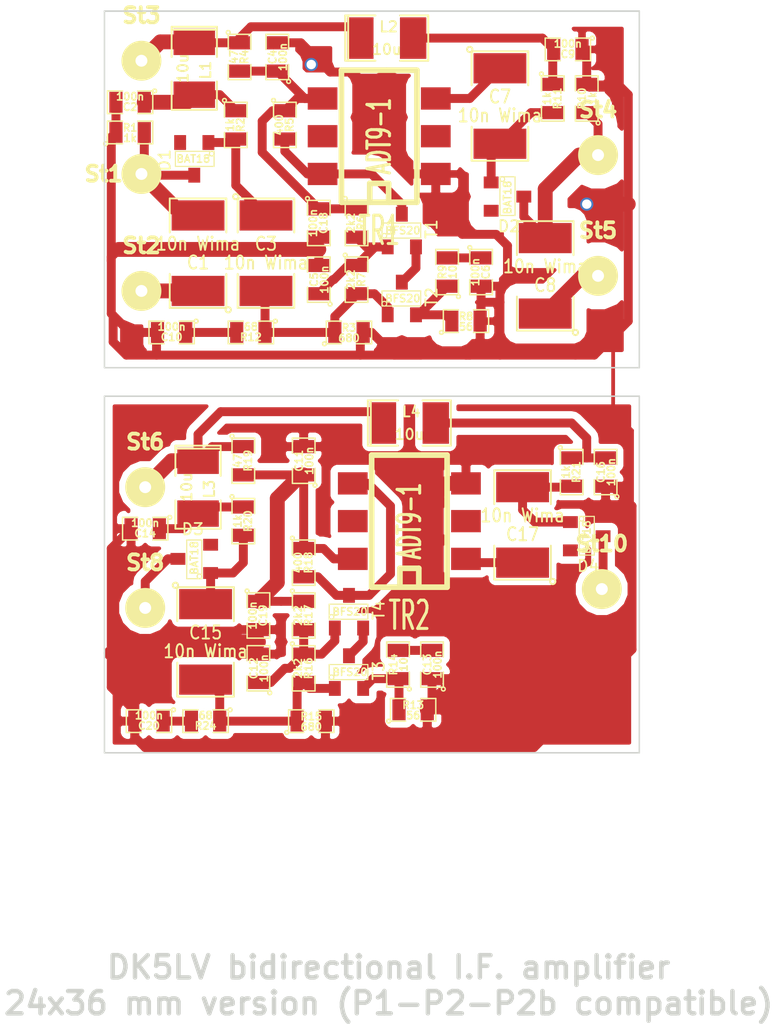
<source format=kicad_pcb>
(kicad_pcb (version 3) (host pcbnew "(2013-07-07 BZR 4022)-stable")

  (general
    (links 93)
    (no_connects 0)
    (area 322.607859 205.5876 374.622142 275.38)
    (thickness 1.6)
    (drawings 10)
    (tracks 271)
    (zones 0)
    (modules 64)
    (nets 36)
  )

  (page A3)
  (layers
    (15 Dessus.Cu signal)
    (0 Dessous.Cu signal)
    (16 Dessous.Adhes user)
    (17 Dessus.Adhes user)
    (18 Dessous.Pate user)
    (19 Dessus.Pate user)
    (20 Dessous.SilkS user)
    (21 Dessus.SilkS user)
    (22 Dessous.Masque user)
    (23 Dessus.Masque user)
    (24 Dessin.User user)
    (25 Cmts.User user)
    (26 Eco1.User user)
    (27 Eco2.User user)
    (28 Contours.Ci user)
  )

  (setup
    (last_trace_width 0.254)
    (user_trace_width 0.6)
    (user_trace_width 1)
    (user_trace_width 1.5)
    (trace_clearance 0.254)
    (zone_clearance 0.5)
    (zone_45_only no)
    (trace_min 0.254)
    (segment_width 0.2)
    (edge_width 0.1)
    (via_size 0.889)
    (via_drill 0.635)
    (via_min_size 0.889)
    (via_min_drill 0.508)
    (uvia_size 0.508)
    (uvia_drill 0.127)
    (uvias_allowed no)
    (uvia_min_size 0.508)
    (uvia_min_drill 0.127)
    (pcb_text_width 0.3)
    (pcb_text_size 1.5 1.5)
    (mod_edge_width 0.15)
    (mod_text_size 1 1)
    (mod_text_width 0.15)
    (pad_size 1.5 2)
    (pad_drill 0)
    (pad_to_mask_clearance 0)
    (aux_axis_origin 0 0)
    (visible_elements 7FFFFFFF)
    (pcbplotparams
      (layerselection 3178497)
      (usegerberextensions true)
      (excludeedgelayer true)
      (linewidth 0.150000)
      (plotframeref false)
      (viasonmask false)
      (mode 1)
      (useauxorigin false)
      (hpglpennumber 1)
      (hpglpenspeed 20)
      (hpglpendiameter 15)
      (hpglpenoverlay 2)
      (psnegative false)
      (psa4output false)
      (plotreference true)
      (plotvalue true)
      (plotothertext true)
      (plotinvisibletext false)
      (padsonsilk false)
      (subtractmaskfromsilk false)
      (outputformat 1)
      (mirror false)
      (drillshape 1)
      (scaleselection 1)
      (outputdirectory ""))
  )

  (net 0 "")
  (net 1 GND)
  (net 2 N-000001)
  (net 3 N-0000010)
  (net 4 N-0000011)
  (net 5 N-0000012)
  (net 6 N-0000013)
  (net 7 N-0000014)
  (net 8 N-0000015)
  (net 9 N-0000016)
  (net 10 N-0000017)
  (net 11 N-0000019)
  (net 12 N-000002)
  (net 13 N-0000022)
  (net 14 N-0000023)
  (net 15 N-0000024)
  (net 16 N-0000026)
  (net 17 N-0000027)
  (net 18 N-0000028)
  (net 19 N-0000029)
  (net 20 N-000003)
  (net 21 N-0000030)
  (net 22 N-0000031)
  (net 23 N-0000032)
  (net 24 N-0000033)
  (net 25 N-0000034)
  (net 26 N-0000035)
  (net 27 N-0000036)
  (net 28 N-0000037)
  (net 29 N-0000038)
  (net 30 N-0000039)
  (net 31 N-000005)
  (net 32 N-000006)
  (net 33 N-000007)
  (net 34 N-000008)
  (net 35 N-000009)

  (net_class Default "Ceci est la Netclass par défaut"
    (clearance 0.254)
    (trace_width 0.254)
    (via_dia 0.889)
    (via_drill 0.635)
    (uvia_dia 0.508)
    (uvia_drill 0.127)
    (add_net "")
    (add_net GND)
    (add_net N-000001)
    (add_net N-0000010)
    (add_net N-0000011)
    (add_net N-0000012)
    (add_net N-0000013)
    (add_net N-0000014)
    (add_net N-0000015)
    (add_net N-0000016)
    (add_net N-0000017)
    (add_net N-0000019)
    (add_net N-000002)
    (add_net N-0000022)
    (add_net N-0000023)
    (add_net N-0000024)
    (add_net N-0000026)
    (add_net N-0000027)
    (add_net N-0000028)
    (add_net N-0000029)
    (add_net N-000003)
    (add_net N-0000030)
    (add_net N-0000031)
    (add_net N-0000032)
    (add_net N-0000033)
    (add_net N-0000034)
    (add_net N-0000035)
    (add_net N-0000036)
    (add_net N-0000037)
    (add_net N-0000038)
    (add_net N-0000039)
    (add_net N-000005)
    (add_net N-000006)
    (add_net N-000007)
    (add_net N-000008)
    (add_net N-000009)
  )

  (module SOT23 (layer Dessus.Cu) (tedit 53A83C2D) (tstamp 53A80D98)
    (at 335.534 216.154 180)
    (tags SOT23)
    (path /53A91F23)
    (fp_text reference D1 (at 1.99898 -0.09906 270) (layer Dessus.SilkS)
      (effects (font (size 0.762 0.762) (thickness 0.11938)))
    )
    (fp_text value BAT18 (at 0.0635 0 180) (layer Dessus.SilkS)
      (effects (font (size 0.50038 0.50038) (thickness 0.09906)))
    )
    (fp_circle (center -1.17602 0.35052) (end -1.30048 0.44958) (layer Dessus.SilkS) (width 0.07874))
    (fp_line (start 1.27 -0.508) (end 1.27 0.508) (layer Dessus.SilkS) (width 0.07874))
    (fp_line (start -1.3335 -0.508) (end -1.3335 0.508) (layer Dessus.SilkS) (width 0.07874))
    (fp_line (start 1.27 0.508) (end -1.3335 0.508) (layer Dessus.SilkS) (width 0.07874))
    (fp_line (start -1.3335 -0.508) (end 1.27 -0.508) (layer Dessus.SilkS) (width 0.07874))
    (pad 3 smd rect (at 0 -1.09982 180) (size 0.8001 1.00076)
      (layers Dessus.Cu Dessus.Pate Dessus.Masque)
      (net 7 N-0000014)
    )
    (pad 2 smd rect (at 0.9525 1.09982 180) (size 0.8001 1.00076)
      (layers Dessus.Cu Dessus.Pate Dessus.Masque)
    )
    (pad 1 smd rect (at -0.9525 1.09982 180) (size 0.8001 1.00076)
      (layers Dessus.Cu Dessus.Pate Dessus.Masque)
      (net 17 N-0000027)
    )
    (model smd\SOT23_3.wrl
      (at (xyz 0 0 0))
      (scale (xyz 0.4 0.4 0.4))
      (rotate (xyz 0 0 180))
    )
  )

  (module SOT23 (layer Dessus.Cu) (tedit 5051A6D7) (tstamp 53A80DA4)
    (at 361.95 241.554 270)
    (tags SOT23)
    (path /53A91F32)
    (fp_text reference D4 (at 1.99898 -0.09906 360) (layer Dessus.SilkS)
      (effects (font (size 0.762 0.762) (thickness 0.11938)))
    )
    (fp_text value BAT18 (at 0.0635 0 270) (layer Dessus.SilkS)
      (effects (font (size 0.50038 0.50038) (thickness 0.09906)))
    )
    (fp_circle (center -1.17602 0.35052) (end -1.30048 0.44958) (layer Dessus.SilkS) (width 0.07874))
    (fp_line (start 1.27 -0.508) (end 1.27 0.508) (layer Dessus.SilkS) (width 0.07874))
    (fp_line (start -1.3335 -0.508) (end -1.3335 0.508) (layer Dessus.SilkS) (width 0.07874))
    (fp_line (start 1.27 0.508) (end -1.3335 0.508) (layer Dessus.SilkS) (width 0.07874))
    (fp_line (start -1.3335 -0.508) (end 1.27 -0.508) (layer Dessus.SilkS) (width 0.07874))
    (pad 3 smd rect (at 0 -1.09982 270) (size 0.8001 1.00076)
      (layers Dessus.Cu Dessus.Pate Dessus.Masque)
      (net 8 N-0000015)
    )
    (pad 2 smd rect (at 0.9525 1.09982 270) (size 0.8001 1.00076)
      (layers Dessus.Cu Dessus.Pate Dessus.Masque)
    )
    (pad 1 smd rect (at -0.9525 1.09982 270) (size 0.8001 1.00076)
      (layers Dessus.Cu Dessus.Pate Dessus.Masque)
      (net 12 N-000002)
    )
    (model smd\SOT23_3.wrl
      (at (xyz 0 0 0))
      (scale (xyz 0.4 0.4 0.4))
      (rotate (xyz 0 0 180))
    )
  )

  (module SOT23 (layer Dessus.Cu) (tedit 5051A6D7) (tstamp 53A80DB0)
    (at 345.948 250.698)
    (tags SOT23)
    (path /53A9237B)
    (fp_text reference T3 (at 1.99898 -0.09906 90) (layer Dessus.SilkS)
      (effects (font (size 0.762 0.762) (thickness 0.11938)))
    )
    (fp_text value BFS20 (at 0.0635 0) (layer Dessus.SilkS)
      (effects (font (size 0.50038 0.50038) (thickness 0.09906)))
    )
    (fp_circle (center -1.17602 0.35052) (end -1.30048 0.44958) (layer Dessus.SilkS) (width 0.07874))
    (fp_line (start 1.27 -0.508) (end 1.27 0.508) (layer Dessus.SilkS) (width 0.07874))
    (fp_line (start -1.3335 -0.508) (end -1.3335 0.508) (layer Dessus.SilkS) (width 0.07874))
    (fp_line (start 1.27 0.508) (end -1.3335 0.508) (layer Dessus.SilkS) (width 0.07874))
    (fp_line (start -1.3335 -0.508) (end 1.27 -0.508) (layer Dessus.SilkS) (width 0.07874))
    (pad 3 smd rect (at 0 -1.09982) (size 0.8001 1.00076)
      (layers Dessus.Cu Dessus.Pate Dessus.Masque)
      (net 5 N-0000012)
    )
    (pad 2 smd rect (at 0.9525 1.09982) (size 0.8001 1.00076)
      (layers Dessus.Cu Dessus.Pate Dessus.Masque)
      (net 2 N-000001)
    )
    (pad 1 smd rect (at -0.9525 1.09982) (size 0.8001 1.00076)
      (layers Dessus.Cu Dessus.Pate Dessus.Masque)
      (net 3 N-0000010)
    )
    (model smd\SOT23_3.wrl
      (at (xyz 0 0 0))
      (scale (xyz 0.4 0.4 0.4))
      (rotate (xyz 0 0 180))
    )
  )

  (module SOT23 (layer Dessus.Cu) (tedit 5051A6D7) (tstamp 53A80DBC)
    (at 345.948 246.634)
    (tags SOT23)
    (path /53A9236C)
    (fp_text reference T4 (at 1.99898 -0.09906 90) (layer Dessus.SilkS)
      (effects (font (size 0.762 0.762) (thickness 0.11938)))
    )
    (fp_text value BFS20 (at 0.0635 0) (layer Dessus.SilkS)
      (effects (font (size 0.50038 0.50038) (thickness 0.09906)))
    )
    (fp_circle (center -1.17602 0.35052) (end -1.30048 0.44958) (layer Dessus.SilkS) (width 0.07874))
    (fp_line (start 1.27 -0.508) (end 1.27 0.508) (layer Dessus.SilkS) (width 0.07874))
    (fp_line (start -1.3335 -0.508) (end -1.3335 0.508) (layer Dessus.SilkS) (width 0.07874))
    (fp_line (start 1.27 0.508) (end -1.3335 0.508) (layer Dessus.SilkS) (width 0.07874))
    (fp_line (start -1.3335 -0.508) (end 1.27 -0.508) (layer Dessus.SilkS) (width 0.07874))
    (pad 3 smd rect (at 0 -1.09982) (size 0.8001 1.00076)
      (layers Dessus.Cu Dessus.Pate Dessus.Masque)
      (net 4 N-0000011)
    )
    (pad 2 smd rect (at 0.9525 1.09982) (size 0.8001 1.00076)
      (layers Dessus.Cu Dessus.Pate Dessus.Masque)
      (net 5 N-0000012)
    )
    (pad 1 smd rect (at -0.9525 1.09982) (size 0.8001 1.00076)
      (layers Dessus.Cu Dessus.Pate Dessus.Masque)
      (net 25 N-0000034)
    )
    (model smd\SOT23_3.wrl
      (at (xyz 0 0 0))
      (scale (xyz 0.4 0.4 0.4))
      (rotate (xyz 0 0 180))
    )
  )

  (module SOT23 (layer Dessus.Cu) (tedit 5051A6D7) (tstamp 53A80DC8)
    (at 335.534 243.078 90)
    (tags SOT23)
    (path /53A91F41)
    (fp_text reference D3 (at 1.99898 -0.09906 180) (layer Dessus.SilkS)
      (effects (font (size 0.762 0.762) (thickness 0.11938)))
    )
    (fp_text value BAT18 (at 0.0635 0 90) (layer Dessus.SilkS)
      (effects (font (size 0.50038 0.50038) (thickness 0.09906)))
    )
    (fp_circle (center -1.17602 0.35052) (end -1.30048 0.44958) (layer Dessus.SilkS) (width 0.07874))
    (fp_line (start 1.27 -0.508) (end 1.27 0.508) (layer Dessus.SilkS) (width 0.07874))
    (fp_line (start -1.3335 -0.508) (end -1.3335 0.508) (layer Dessus.SilkS) (width 0.07874))
    (fp_line (start 1.27 0.508) (end -1.3335 0.508) (layer Dessus.SilkS) (width 0.07874))
    (fp_line (start -1.3335 -0.508) (end 1.27 -0.508) (layer Dessus.SilkS) (width 0.07874))
    (pad 3 smd rect (at 0 -1.09982 90) (size 0.8001 1.00076)
      (layers Dessus.Cu Dessus.Pate Dessus.Masque)
      (net 6 N-0000013)
    )
    (pad 2 smd rect (at 0.9525 1.09982 90) (size 0.8001 1.00076)
      (layers Dessus.Cu Dessus.Pate Dessus.Masque)
    )
    (pad 1 smd rect (at -0.9525 1.09982 90) (size 0.8001 1.00076)
      (layers Dessus.Cu Dessus.Pate Dessus.Masque)
      (net 35 N-000009)
    )
    (model smd\SOT23_3.wrl
      (at (xyz 0 0 0))
      (scale (xyz 0.4 0.4 0.4))
      (rotate (xyz 0 0 180))
    )
  )

  (module SOT23 (layer Dessus.Cu) (tedit 5051A6D7) (tstamp 53A80DD4)
    (at 356.616 218.694 270)
    (tags SOT23)
    (path /53A91F00)
    (fp_text reference D2 (at 1.99898 -0.09906 360) (layer Dessus.SilkS)
      (effects (font (size 0.762 0.762) (thickness 0.11938)))
    )
    (fp_text value BAT18 (at 0.0635 0 270) (layer Dessus.SilkS)
      (effects (font (size 0.50038 0.50038) (thickness 0.09906)))
    )
    (fp_circle (center -1.17602 0.35052) (end -1.30048 0.44958) (layer Dessus.SilkS) (width 0.07874))
    (fp_line (start 1.27 -0.508) (end 1.27 0.508) (layer Dessus.SilkS) (width 0.07874))
    (fp_line (start -1.3335 -0.508) (end -1.3335 0.508) (layer Dessus.SilkS) (width 0.07874))
    (fp_line (start 1.27 0.508) (end -1.3335 0.508) (layer Dessus.SilkS) (width 0.07874))
    (fp_line (start -1.3335 -0.508) (end 1.27 -0.508) (layer Dessus.SilkS) (width 0.07874))
    (pad 3 smd rect (at 0 -1.09982 270) (size 0.8001 1.00076)
      (layers Dessus.Cu Dessus.Pate Dessus.Masque)
      (net 33 N-000007)
    )
    (pad 2 smd rect (at 0.9525 1.09982 270) (size 0.8001 1.00076)
      (layers Dessus.Cu Dessus.Pate Dessus.Masque)
    )
    (pad 1 smd rect (at -0.9525 1.09982 270) (size 0.8001 1.00076)
      (layers Dessus.Cu Dessus.Pate Dessus.Masque)
      (net 29 N-0000038)
    )
    (model smd\SOT23_3.wrl
      (at (xyz 0 0 0))
      (scale (xyz 0.4 0.4 0.4))
      (rotate (xyz 0 0 180))
    )
  )

  (module SOT23 (layer Dessus.Cu) (tedit 5051A6D7) (tstamp 53A80DE0)
    (at 349.504 225.552)
    (tags SOT23)
    (path /53A9235D)
    (fp_text reference T2 (at 1.99898 -0.09906 90) (layer Dessus.SilkS)
      (effects (font (size 0.762 0.762) (thickness 0.11938)))
    )
    (fp_text value BFS20 (at 0.0635 0) (layer Dessus.SilkS)
      (effects (font (size 0.50038 0.50038) (thickness 0.09906)))
    )
    (fp_circle (center -1.17602 0.35052) (end -1.30048 0.44958) (layer Dessus.SilkS) (width 0.07874))
    (fp_line (start 1.27 -0.508) (end 1.27 0.508) (layer Dessus.SilkS) (width 0.07874))
    (fp_line (start -1.3335 -0.508) (end -1.3335 0.508) (layer Dessus.SilkS) (width 0.07874))
    (fp_line (start 1.27 0.508) (end -1.3335 0.508) (layer Dessus.SilkS) (width 0.07874))
    (fp_line (start -1.3335 -0.508) (end 1.27 -0.508) (layer Dessus.SilkS) (width 0.07874))
    (pad 3 smd rect (at 0 -1.09982) (size 0.8001 1.00076)
      (layers Dessus.Cu Dessus.Pate Dessus.Masque)
      (net 9 N-0000016)
    )
    (pad 2 smd rect (at 0.9525 1.09982) (size 0.8001 1.00076)
      (layers Dessus.Cu Dessus.Pate Dessus.Masque)
      (net 28 N-0000037)
    )
    (pad 1 smd rect (at -0.9525 1.09982) (size 0.8001 1.00076)
      (layers Dessus.Cu Dessus.Pate Dessus.Masque)
      (net 22 N-0000031)
    )
    (model smd\SOT23_3.wrl
      (at (xyz 0 0 0))
      (scale (xyz 0.4 0.4 0.4))
      (rotate (xyz 0 0 180))
    )
  )

  (module SOT23 (layer Dessus.Cu) (tedit 5051A6D7) (tstamp 53A80DEC)
    (at 349.504 220.98)
    (tags SOT23)
    (path /53A9234E)
    (fp_text reference T1 (at 1.99898 -0.09906 90) (layer Dessus.SilkS)
      (effects (font (size 0.762 0.762) (thickness 0.11938)))
    )
    (fp_text value BFS20 (at 0.0635 0) (layer Dessus.SilkS)
      (effects (font (size 0.50038 0.50038) (thickness 0.09906)))
    )
    (fp_circle (center -1.17602 0.35052) (end -1.30048 0.44958) (layer Dessus.SilkS) (width 0.07874))
    (fp_line (start 1.27 -0.508) (end 1.27 0.508) (layer Dessus.SilkS) (width 0.07874))
    (fp_line (start -1.3335 -0.508) (end -1.3335 0.508) (layer Dessus.SilkS) (width 0.07874))
    (fp_line (start 1.27 0.508) (end -1.3335 0.508) (layer Dessus.SilkS) (width 0.07874))
    (fp_line (start -1.3335 -0.508) (end 1.27 -0.508) (layer Dessus.SilkS) (width 0.07874))
    (pad 3 smd rect (at 0 -1.09982) (size 0.8001 1.00076)
      (layers Dessus.Cu Dessus.Pate Dessus.Masque)
      (net 18 N-0000028)
    )
    (pad 2 smd rect (at 0.9525 1.09982) (size 0.8001 1.00076)
      (layers Dessus.Cu Dessus.Pate Dessus.Masque)
      (net 9 N-0000016)
    )
    (pad 1 smd rect (at -0.9525 1.09982) (size 0.8001 1.00076)
      (layers Dessus.Cu Dessus.Pate Dessus.Masque)
      (net 19 N-0000029)
    )
    (model smd\SOT23_3.wrl
      (at (xyz 0 0 0))
      (scale (xyz 0.4 0.4 0.4))
      (rotate (xyz 0 0 180))
    )
  )

  (module SM1812L (layer Dessus.Cu) (tedit 3D638E8B) (tstamp 53A80DF9)
    (at 335.788 222.504 90)
    (tags "CMS SM")
    (path /537DED39)
    (attr smd)
    (fp_text reference C1 (at -0.62992 0 180) (layer Dessus.SilkS)
      (effects (font (size 0.889 0.762) (thickness 0.127)))
    )
    (fp_text value "10n Wima" (at 0.635 0 180) (layer Dessus.SilkS)
      (effects (font (size 0.889 0.762) (thickness 0.127)))
    )
    (fp_circle (center -3.81 2.032) (end -3.683 1.905) (layer Dessus.SilkS) (width 0.127))
    (fp_line (start 1.397 1.905) (end 3.683 1.905) (layer Dessus.SilkS) (width 0.127))
    (fp_line (start 3.683 1.905) (end 3.683 -1.905) (layer Dessus.SilkS) (width 0.127))
    (fp_line (start 3.683 -1.905) (end 1.397 -1.905) (layer Dessus.SilkS) (width 0.127))
    (fp_line (start -1.397 -1.905) (end -3.683 -1.905) (layer Dessus.SilkS) (width 0.127))
    (fp_line (start -3.683 -1.905) (end -3.683 1.905) (layer Dessus.SilkS) (width 0.127))
    (fp_line (start -3.683 1.905) (end -1.397 1.905) (layer Dessus.SilkS) (width 0.127))
    (pad 1 smd rect (at -2.54 0 90) (size 2.032 3.556)
      (layers Dessus.Cu Dessus.Pate Dessus.Masque)
      (net 15 N-0000024)
    )
    (pad 2 smd rect (at 2.54 0 90) (size 2.032 3.556)
      (layers Dessus.Cu Dessus.Pate Dessus.Masque)
      (net 7 N-0000014)
    )
    (model smd/chip_cms.wrl
      (at (xyz 0 0 0))
      (scale (xyz 0.27 0.3 0.3))
      (rotate (xyz 0 0 0))
    )
  )

  (module SM1812L (layer Dessus.Cu) (tedit 3D638E8B) (tstamp 53A80E06)
    (at 357.632 240.792 90)
    (tags "CMS SM")
    (path /537DF867)
    (attr smd)
    (fp_text reference C17 (at -0.62992 0 180) (layer Dessus.SilkS)
      (effects (font (size 0.889 0.762) (thickness 0.127)))
    )
    (fp_text value "10n Wima" (at 0.635 0 180) (layer Dessus.SilkS)
      (effects (font (size 0.889 0.762) (thickness 0.127)))
    )
    (fp_circle (center -3.81 2.032) (end -3.683 1.905) (layer Dessus.SilkS) (width 0.127))
    (fp_line (start 1.397 1.905) (end 3.683 1.905) (layer Dessus.SilkS) (width 0.127))
    (fp_line (start 3.683 1.905) (end 3.683 -1.905) (layer Dessus.SilkS) (width 0.127))
    (fp_line (start 3.683 -1.905) (end 1.397 -1.905) (layer Dessus.SilkS) (width 0.127))
    (fp_line (start -1.397 -1.905) (end -3.683 -1.905) (layer Dessus.SilkS) (width 0.127))
    (fp_line (start -3.683 -1.905) (end -3.683 1.905) (layer Dessus.SilkS) (width 0.127))
    (fp_line (start -3.683 1.905) (end -1.397 1.905) (layer Dessus.SilkS) (width 0.127))
    (pad 1 smd rect (at -2.54 0 90) (size 2.032 3.556)
      (layers Dessus.Cu Dessus.Pate Dessus.Masque)
      (net 11 N-0000019)
    )
    (pad 2 smd rect (at 2.54 0 90) (size 2.032 3.556)
      (layers Dessus.Cu Dessus.Pate Dessus.Masque)
      (net 12 N-000002)
    )
    (model smd/chip_cms.wrl
      (at (xyz 0 0 0))
      (scale (xyz 0.27 0.3 0.3))
      (rotate (xyz 0 0 0))
    )
  )

  (module SM1812L (layer Dessus.Cu) (tedit 3D638E8B) (tstamp 53A80E13)
    (at 336.296 248.666 270)
    (tags "CMS SM")
    (path /537DF7B3)
    (attr smd)
    (fp_text reference C15 (at -0.62992 0 360) (layer Dessus.SilkS)
      (effects (font (size 0.889 0.762) (thickness 0.127)))
    )
    (fp_text value "10n Wima" (at 0.635 0 360) (layer Dessus.SilkS)
      (effects (font (size 0.889 0.762) (thickness 0.127)))
    )
    (fp_circle (center -3.81 2.032) (end -3.683 1.905) (layer Dessus.SilkS) (width 0.127))
    (fp_line (start 1.397 1.905) (end 3.683 1.905) (layer Dessus.SilkS) (width 0.127))
    (fp_line (start 3.683 1.905) (end 3.683 -1.905) (layer Dessus.SilkS) (width 0.127))
    (fp_line (start 3.683 -1.905) (end 1.397 -1.905) (layer Dessus.SilkS) (width 0.127))
    (fp_line (start -1.397 -1.905) (end -3.683 -1.905) (layer Dessus.SilkS) (width 0.127))
    (fp_line (start -3.683 -1.905) (end -3.683 1.905) (layer Dessus.SilkS) (width 0.127))
    (fp_line (start -3.683 1.905) (end -1.397 1.905) (layer Dessus.SilkS) (width 0.127))
    (pad 1 smd rect (at -2.54 0 270) (size 2.032 3.556)
      (layers Dessus.Cu Dessus.Pate Dessus.Masque)
      (net 35 N-000009)
    )
    (pad 2 smd rect (at 2.54 0 270) (size 2.032 3.556)
      (layers Dessus.Cu Dessus.Pate Dessus.Masque)
      (net 3 N-0000010)
    )
    (model smd/chip_cms.wrl
      (at (xyz 0 0 0))
      (scale (xyz 0.27 0.3 0.3))
      (rotate (xyz 0 0 0))
    )
  )

  (module SM1812L (layer Dessus.Cu) (tedit 3D638E8B) (tstamp 53A80E20)
    (at 359.156 224.028 90)
    (tags "CMS SM")
    (path /537DF7A1)
    (attr smd)
    (fp_text reference C8 (at -0.62992 0 180) (layer Dessus.SilkS)
      (effects (font (size 0.889 0.762) (thickness 0.127)))
    )
    (fp_text value "10n Wima" (at 0.635 0 180) (layer Dessus.SilkS)
      (effects (font (size 0.889 0.762) (thickness 0.127)))
    )
    (fp_circle (center -3.81 2.032) (end -3.683 1.905) (layer Dessus.SilkS) (width 0.127))
    (fp_line (start 1.397 1.905) (end 3.683 1.905) (layer Dessus.SilkS) (width 0.127))
    (fp_line (start 3.683 1.905) (end 3.683 -1.905) (layer Dessus.SilkS) (width 0.127))
    (fp_line (start 3.683 -1.905) (end 1.397 -1.905) (layer Dessus.SilkS) (width 0.127))
    (fp_line (start -1.397 -1.905) (end -3.683 -1.905) (layer Dessus.SilkS) (width 0.127))
    (fp_line (start -3.683 -1.905) (end -3.683 1.905) (layer Dessus.SilkS) (width 0.127))
    (fp_line (start -3.683 1.905) (end -1.397 1.905) (layer Dessus.SilkS) (width 0.127))
    (pad 1 smd rect (at -2.54 0 90) (size 2.032 3.556)
      (layers Dessus.Cu Dessus.Pate Dessus.Masque)
      (net 14 N-0000023)
    )
    (pad 2 smd rect (at 2.54 0 90) (size 2.032 3.556)
      (layers Dessus.Cu Dessus.Pate Dessus.Masque)
      (net 33 N-000007)
    )
    (model smd/chip_cms.wrl
      (at (xyz 0 0 0))
      (scale (xyz 0.27 0.3 0.3))
      (rotate (xyz 0 0 0))
    )
  )

  (module SM1812L (layer Dessus.Cu) (tedit 3D638E8B) (tstamp 53A80E2D)
    (at 356.108 212.598 270)
    (tags "CMS SM")
    (path /537DF32E)
    (attr smd)
    (fp_text reference C7 (at -0.62992 0 360) (layer Dessus.SilkS)
      (effects (font (size 0.889 0.762) (thickness 0.127)))
    )
    (fp_text value "10n Wima" (at 0.635 0 360) (layer Dessus.SilkS)
      (effects (font (size 0.889 0.762) (thickness 0.127)))
    )
    (fp_circle (center -3.81 2.032) (end -3.683 1.905) (layer Dessus.SilkS) (width 0.127))
    (fp_line (start 1.397 1.905) (end 3.683 1.905) (layer Dessus.SilkS) (width 0.127))
    (fp_line (start 3.683 1.905) (end 3.683 -1.905) (layer Dessus.SilkS) (width 0.127))
    (fp_line (start 3.683 -1.905) (end 1.397 -1.905) (layer Dessus.SilkS) (width 0.127))
    (fp_line (start -1.397 -1.905) (end -3.683 -1.905) (layer Dessus.SilkS) (width 0.127))
    (fp_line (start -3.683 -1.905) (end -3.683 1.905) (layer Dessus.SilkS) (width 0.127))
    (fp_line (start -3.683 1.905) (end -1.397 1.905) (layer Dessus.SilkS) (width 0.127))
    (pad 1 smd rect (at -2.54 0 270) (size 2.032 3.556)
      (layers Dessus.Cu Dessus.Pate Dessus.Masque)
      (net 10 N-0000017)
    )
    (pad 2 smd rect (at 2.54 0 270) (size 2.032 3.556)
      (layers Dessus.Cu Dessus.Pate Dessus.Masque)
      (net 29 N-0000038)
    )
    (model smd/chip_cms.wrl
      (at (xyz 0 0 0))
      (scale (xyz 0.27 0.3 0.3))
      (rotate (xyz 0 0 0))
    )
  )

  (module SM1812L (layer Dessus.Cu) (tedit 3D638E8B) (tstamp 53A80E3A)
    (at 340.36 222.504 270)
    (tags "CMS SM")
    (path /537DEDAF)
    (attr smd)
    (fp_text reference C3 (at -0.62992 0 360) (layer Dessus.SilkS)
      (effects (font (size 0.889 0.762) (thickness 0.127)))
    )
    (fp_text value "10n Wima" (at 0.635 0 360) (layer Dessus.SilkS)
      (effects (font (size 0.889 0.762) (thickness 0.127)))
    )
    (fp_circle (center -3.81 2.032) (end -3.683 1.905) (layer Dessus.SilkS) (width 0.127))
    (fp_line (start 1.397 1.905) (end 3.683 1.905) (layer Dessus.SilkS) (width 0.127))
    (fp_line (start 3.683 1.905) (end 3.683 -1.905) (layer Dessus.SilkS) (width 0.127))
    (fp_line (start 3.683 -1.905) (end 1.397 -1.905) (layer Dessus.SilkS) (width 0.127))
    (fp_line (start -1.397 -1.905) (end -3.683 -1.905) (layer Dessus.SilkS) (width 0.127))
    (fp_line (start -3.683 -1.905) (end -3.683 1.905) (layer Dessus.SilkS) (width 0.127))
    (fp_line (start -3.683 1.905) (end -1.397 1.905) (layer Dessus.SilkS) (width 0.127))
    (pad 1 smd rect (at -2.54 0 270) (size 2.032 3.556)
      (layers Dessus.Cu Dessus.Pate Dessus.Masque)
      (net 17 N-0000027)
    )
    (pad 2 smd rect (at 2.54 0 270) (size 2.032 3.556)
      (layers Dessus.Cu Dessus.Pate Dessus.Masque)
      (net 22 N-0000031)
    )
    (model smd/chip_cms.wrl
      (at (xyz 0 0 0))
      (scale (xyz 0.27 0.3 0.3))
      (rotate (xyz 0 0 0))
    )
  )

  (module SM0805 (layer Dessus.Cu) (tedit 5091495C) (tstamp 53A80E7B)
    (at 343.408 254)
    (path /537DF7D1)
    (attr smd)
    (fp_text reference R15 (at 0 -0.3175) (layer Dessus.SilkS)
      (effects (font (size 0.50038 0.50038) (thickness 0.10922)))
    )
    (fp_text value 680 (at 0 0.381) (layer Dessus.SilkS)
      (effects (font (size 0.50038 0.50038) (thickness 0.10922)))
    )
    (fp_circle (center -1.651 0.762) (end -1.651 0.635) (layer Dessus.SilkS) (width 0.09906))
    (fp_line (start -0.508 0.762) (end -1.524 0.762) (layer Dessus.SilkS) (width 0.09906))
    (fp_line (start -1.524 0.762) (end -1.524 -0.762) (layer Dessus.SilkS) (width 0.09906))
    (fp_line (start -1.524 -0.762) (end -0.508 -0.762) (layer Dessus.SilkS) (width 0.09906))
    (fp_line (start 0.508 -0.762) (end 1.524 -0.762) (layer Dessus.SilkS) (width 0.09906))
    (fp_line (start 1.524 -0.762) (end 1.524 0.762) (layer Dessus.SilkS) (width 0.09906))
    (fp_line (start 1.524 0.762) (end 0.508 0.762) (layer Dessus.SilkS) (width 0.09906))
    (pad 1 smd rect (at -0.9525 0) (size 0.889 1.397)
      (layers Dessus.Cu Dessus.Pate Dessus.Masque)
      (net 3 N-0000010)
    )
    (pad 2 smd rect (at 0.9525 0) (size 0.889 1.397)
      (layers Dessus.Cu Dessus.Pate Dessus.Masque)
      (net 1 GND)
    )
    (model smd/chip_cms.wrl
      (at (xyz 0 0 0))
      (scale (xyz 0.1 0.1 0.1))
      (rotate (xyz 0 0 0))
    )
  )

  (module SM0805 (layer Dessus.Cu) (tedit 5091495C) (tstamp 53A80E88)
    (at 336.296 254 180)
    (path /537DF7C5)
    (attr smd)
    (fp_text reference R24 (at 0 -0.3175 180) (layer Dessus.SilkS)
      (effects (font (size 0.50038 0.50038) (thickness 0.10922)))
    )
    (fp_text value 68 (at 0 0.381 180) (layer Dessus.SilkS)
      (effects (font (size 0.50038 0.50038) (thickness 0.10922)))
    )
    (fp_circle (center -1.651 0.762) (end -1.651 0.635) (layer Dessus.SilkS) (width 0.09906))
    (fp_line (start -0.508 0.762) (end -1.524 0.762) (layer Dessus.SilkS) (width 0.09906))
    (fp_line (start -1.524 0.762) (end -1.524 -0.762) (layer Dessus.SilkS) (width 0.09906))
    (fp_line (start -1.524 -0.762) (end -0.508 -0.762) (layer Dessus.SilkS) (width 0.09906))
    (fp_line (start 0.508 -0.762) (end 1.524 -0.762) (layer Dessus.SilkS) (width 0.09906))
    (fp_line (start 1.524 -0.762) (end 1.524 0.762) (layer Dessus.SilkS) (width 0.09906))
    (fp_line (start 1.524 0.762) (end 0.508 0.762) (layer Dessus.SilkS) (width 0.09906))
    (pad 1 smd rect (at -0.9525 0 180) (size 0.889 1.397)
      (layers Dessus.Cu Dessus.Pate Dessus.Masque)
      (net 3 N-0000010)
    )
    (pad 2 smd rect (at 0.9525 0 180) (size 0.889 1.397)
      (layers Dessus.Cu Dessus.Pate Dessus.Masque)
      (net 34 N-000008)
    )
    (model smd/chip_cms.wrl
      (at (xyz 0 0 0))
      (scale (xyz 0.1 0.1 0.1))
      (rotate (xyz 0 0 0))
    )
  )

  (module SM0805 (layer Dessus.Cu) (tedit 5091495C) (tstamp 53A80E95)
    (at 342.9 250.444 270)
    (path /537DF7D7)
    (attr smd)
    (fp_text reference R16 (at 0 -0.3175 270) (layer Dessus.SilkS)
      (effects (font (size 0.50038 0.50038) (thickness 0.10922)))
    )
    (fp_text value 2k2 (at 0 0.381 270) (layer Dessus.SilkS)
      (effects (font (size 0.50038 0.50038) (thickness 0.10922)))
    )
    (fp_circle (center -1.651 0.762) (end -1.651 0.635) (layer Dessus.SilkS) (width 0.09906))
    (fp_line (start -0.508 0.762) (end -1.524 0.762) (layer Dessus.SilkS) (width 0.09906))
    (fp_line (start -1.524 0.762) (end -1.524 -0.762) (layer Dessus.SilkS) (width 0.09906))
    (fp_line (start -1.524 -0.762) (end -0.508 -0.762) (layer Dessus.SilkS) (width 0.09906))
    (fp_line (start 0.508 -0.762) (end 1.524 -0.762) (layer Dessus.SilkS) (width 0.09906))
    (fp_line (start 1.524 -0.762) (end 1.524 0.762) (layer Dessus.SilkS) (width 0.09906))
    (fp_line (start 1.524 0.762) (end 0.508 0.762) (layer Dessus.SilkS) (width 0.09906))
    (pad 1 smd rect (at -0.9525 0 270) (size 0.889 1.397)
      (layers Dessus.Cu Dessus.Pate Dessus.Masque)
      (net 25 N-0000034)
    )
    (pad 2 smd rect (at 0.9525 0 270) (size 0.889 1.397)
      (layers Dessus.Cu Dessus.Pate Dessus.Masque)
      (net 3 N-0000010)
    )
    (model smd/chip_cms.wrl
      (at (xyz 0 0 0))
      (scale (xyz 0.1 0.1 0.1))
      (rotate (xyz 0 0 0))
    )
  )

  (module SM0805 (layer Dessus.Cu) (tedit 5091495C) (tstamp 53A80EAF)
    (at 342.9 246.888 270)
    (path /537DF7E3)
    (attr smd)
    (fp_text reference R17 (at 0 -0.3175 270) (layer Dessus.SilkS)
      (effects (font (size 0.50038 0.50038) (thickness 0.10922)))
    )
    (fp_text value 2k2 (at 0 0.381 270) (layer Dessus.SilkS)
      (effects (font (size 0.50038 0.50038) (thickness 0.10922)))
    )
    (fp_circle (center -1.651 0.762) (end -1.651 0.635) (layer Dessus.SilkS) (width 0.09906))
    (fp_line (start -0.508 0.762) (end -1.524 0.762) (layer Dessus.SilkS) (width 0.09906))
    (fp_line (start -1.524 0.762) (end -1.524 -0.762) (layer Dessus.SilkS) (width 0.09906))
    (fp_line (start -1.524 -0.762) (end -0.508 -0.762) (layer Dessus.SilkS) (width 0.09906))
    (fp_line (start 0.508 -0.762) (end 1.524 -0.762) (layer Dessus.SilkS) (width 0.09906))
    (fp_line (start 1.524 -0.762) (end 1.524 0.762) (layer Dessus.SilkS) (width 0.09906))
    (fp_line (start 1.524 0.762) (end 0.508 0.762) (layer Dessus.SilkS) (width 0.09906))
    (pad 1 smd rect (at -0.9525 0 270) (size 0.889 1.397)
      (layers Dessus.Cu Dessus.Pate Dessus.Masque)
      (net 27 N-0000036)
    )
    (pad 2 smd rect (at 0.9525 0 270) (size 0.889 1.397)
      (layers Dessus.Cu Dessus.Pate Dessus.Masque)
      (net 25 N-0000034)
    )
    (model smd/chip_cms.wrl
      (at (xyz 0 0 0))
      (scale (xyz 0.1 0.1 0.1))
      (rotate (xyz 0 0 0))
    )
  )

  (module SM0805 (layer Dessus.Cu) (tedit 5091495C) (tstamp 53A80EC9)
    (at 342.9 243.332 270)
    (path /537DF7EF)
    (attr smd)
    (fp_text reference R18 (at 0 -0.3175 270) (layer Dessus.SilkS)
      (effects (font (size 0.50038 0.50038) (thickness 0.10922)))
    )
    (fp_text value 400 (at 0 0.381 270) (layer Dessus.SilkS)
      (effects (font (size 0.50038 0.50038) (thickness 0.10922)))
    )
    (fp_circle (center -1.651 0.762) (end -1.651 0.635) (layer Dessus.SilkS) (width 0.09906))
    (fp_line (start -0.508 0.762) (end -1.524 0.762) (layer Dessus.SilkS) (width 0.09906))
    (fp_line (start -1.524 0.762) (end -1.524 -0.762) (layer Dessus.SilkS) (width 0.09906))
    (fp_line (start -1.524 -0.762) (end -0.508 -0.762) (layer Dessus.SilkS) (width 0.09906))
    (fp_line (start 0.508 -0.762) (end 1.524 -0.762) (layer Dessus.SilkS) (width 0.09906))
    (fp_line (start 1.524 -0.762) (end 1.524 0.762) (layer Dessus.SilkS) (width 0.09906))
    (fp_line (start 1.524 0.762) (end 0.508 0.762) (layer Dessus.SilkS) (width 0.09906))
    (pad 1 smd rect (at -0.9525 0 270) (size 0.889 1.397)
      (layers Dessus.Cu Dessus.Pate Dessus.Masque)
      (net 27 N-0000036)
    )
    (pad 2 smd rect (at 0.9525 0 270) (size 0.889 1.397)
      (layers Dessus.Cu Dessus.Pate Dessus.Masque)
      (net 4 N-0000011)
    )
    (model smd/chip_cms.wrl
      (at (xyz 0 0 0))
      (scale (xyz 0.1 0.1 0.1))
      (rotate (xyz 0 0 0))
    )
  )

  (module SM0805 (layer Dessus.Cu) (tedit 5091495C) (tstamp 53A80ED6)
    (at 338.836 236.474 270)
    (path /537DF7F5)
    (attr smd)
    (fp_text reference R19 (at 0 -0.3175 270) (layer Dessus.SilkS)
      (effects (font (size 0.50038 0.50038) (thickness 0.10922)))
    )
    (fp_text value 47 (at 0 0.381 270) (layer Dessus.SilkS)
      (effects (font (size 0.50038 0.50038) (thickness 0.10922)))
    )
    (fp_circle (center -1.651 0.762) (end -1.651 0.635) (layer Dessus.SilkS) (width 0.09906))
    (fp_line (start -0.508 0.762) (end -1.524 0.762) (layer Dessus.SilkS) (width 0.09906))
    (fp_line (start -1.524 0.762) (end -1.524 -0.762) (layer Dessus.SilkS) (width 0.09906))
    (fp_line (start -1.524 -0.762) (end -0.508 -0.762) (layer Dessus.SilkS) (width 0.09906))
    (fp_line (start 0.508 -0.762) (end 1.524 -0.762) (layer Dessus.SilkS) (width 0.09906))
    (fp_line (start 1.524 -0.762) (end 1.524 0.762) (layer Dessus.SilkS) (width 0.09906))
    (fp_line (start 1.524 0.762) (end 0.508 0.762) (layer Dessus.SilkS) (width 0.09906))
    (pad 1 smd rect (at -0.9525 0 270) (size 0.889 1.397)
      (layers Dessus.Cu Dessus.Pate Dessus.Masque)
      (net 31 N-000005)
    )
    (pad 2 smd rect (at 0.9525 0 270) (size 0.889 1.397)
      (layers Dessus.Cu Dessus.Pate Dessus.Masque)
      (net 27 N-0000036)
    )
    (model smd/chip_cms.wrl
      (at (xyz 0 0 0))
      (scale (xyz 0.1 0.1 0.1))
      (rotate (xyz 0 0 0))
    )
  )

  (module SM0805 (layer Dessus.Cu) (tedit 5091495C) (tstamp 53A80EF0)
    (at 361.95 212.09 90)
    (path /537DF82F)
    (attr smd)
    (fp_text reference R10 (at 0 -0.3175 90) (layer Dessus.SilkS)
      (effects (font (size 0.50038 0.50038) (thickness 0.10922)))
    )
    (fp_text value 1k (at 0 0.381 90) (layer Dessus.SilkS)
      (effects (font (size 0.50038 0.50038) (thickness 0.10922)))
    )
    (fp_circle (center -1.651 0.762) (end -1.651 0.635) (layer Dessus.SilkS) (width 0.09906))
    (fp_line (start -0.508 0.762) (end -1.524 0.762) (layer Dessus.SilkS) (width 0.09906))
    (fp_line (start -1.524 0.762) (end -1.524 -0.762) (layer Dessus.SilkS) (width 0.09906))
    (fp_line (start -1.524 -0.762) (end -0.508 -0.762) (layer Dessus.SilkS) (width 0.09906))
    (fp_line (start 0.508 -0.762) (end 1.524 -0.762) (layer Dessus.SilkS) (width 0.09906))
    (fp_line (start 1.524 -0.762) (end 1.524 0.762) (layer Dessus.SilkS) (width 0.09906))
    (fp_line (start 1.524 0.762) (end 0.508 0.762) (layer Dessus.SilkS) (width 0.09906))
    (pad 1 smd rect (at -0.9525 0 90) (size 0.889 1.397)
      (layers Dessus.Cu Dessus.Pate Dessus.Masque)
      (net 33 N-000007)
    )
    (pad 2 smd rect (at 0.9525 0 90) (size 0.889 1.397)
      (layers Dessus.Cu Dessus.Pate Dessus.Masque)
      (net 1 GND)
    )
    (model smd/chip_cms.wrl
      (at (xyz 0 0 0))
      (scale (xyz 0.1 0.1 0.1))
      (rotate (xyz 0 0 0))
    )
  )

  (module SM0805 (layer Dessus.Cu) (tedit 5091495C) (tstamp 53A80EFD)
    (at 331.216 212.344 180)
    (path /537DEDC8)
    (attr smd)
    (fp_text reference C2 (at 0 -0.3175 180) (layer Dessus.SilkS)
      (effects (font (size 0.50038 0.50038) (thickness 0.10922)))
    )
    (fp_text value 100n (at 0 0.381 180) (layer Dessus.SilkS)
      (effects (font (size 0.50038 0.50038) (thickness 0.10922)))
    )
    (fp_circle (center -1.651 0.762) (end -1.651 0.635) (layer Dessus.SilkS) (width 0.09906))
    (fp_line (start -0.508 0.762) (end -1.524 0.762) (layer Dessus.SilkS) (width 0.09906))
    (fp_line (start -1.524 0.762) (end -1.524 -0.762) (layer Dessus.SilkS) (width 0.09906))
    (fp_line (start -1.524 -0.762) (end -0.508 -0.762) (layer Dessus.SilkS) (width 0.09906))
    (fp_line (start 0.508 -0.762) (end 1.524 -0.762) (layer Dessus.SilkS) (width 0.09906))
    (fp_line (start 1.524 -0.762) (end 1.524 0.762) (layer Dessus.SilkS) (width 0.09906))
    (fp_line (start 1.524 0.762) (end 0.508 0.762) (layer Dessus.SilkS) (width 0.09906))
    (pad 1 smd rect (at -0.9525 0 180) (size 0.889 1.397)
      (layers Dessus.Cu Dessus.Pate Dessus.Masque)
      (net 23 N-0000032)
    )
    (pad 2 smd rect (at 0.9525 0 180) (size 0.889 1.397)
      (layers Dessus.Cu Dessus.Pate Dessus.Masque)
      (net 1 GND)
    )
    (model smd/chip_cms.wrl
      (at (xyz 0 0 0))
      (scale (xyz 0.1 0.1 0.1))
      (rotate (xyz 0 0 0))
    )
  )

  (module SM0805 (layer Dessus.Cu) (tedit 5091495C) (tstamp 53A80F0A)
    (at 338.328 213.868 270)
    (path /537DEDA0)
    (attr smd)
    (fp_text reference R2 (at 0 -0.3175 270) (layer Dessus.SilkS)
      (effects (font (size 0.50038 0.50038) (thickness 0.10922)))
    )
    (fp_text value 1k (at 0 0.381 270) (layer Dessus.SilkS)
      (effects (font (size 0.50038 0.50038) (thickness 0.10922)))
    )
    (fp_circle (center -1.651 0.762) (end -1.651 0.635) (layer Dessus.SilkS) (width 0.09906))
    (fp_line (start -0.508 0.762) (end -1.524 0.762) (layer Dessus.SilkS) (width 0.09906))
    (fp_line (start -1.524 0.762) (end -1.524 -0.762) (layer Dessus.SilkS) (width 0.09906))
    (fp_line (start -1.524 -0.762) (end -0.508 -0.762) (layer Dessus.SilkS) (width 0.09906))
    (fp_line (start 0.508 -0.762) (end 1.524 -0.762) (layer Dessus.SilkS) (width 0.09906))
    (fp_line (start 1.524 -0.762) (end 1.524 0.762) (layer Dessus.SilkS) (width 0.09906))
    (fp_line (start 1.524 0.762) (end 0.508 0.762) (layer Dessus.SilkS) (width 0.09906))
    (pad 1 smd rect (at -0.9525 0 270) (size 0.889 1.397)
      (layers Dessus.Cu Dessus.Pate Dessus.Masque)
      (net 23 N-0000032)
    )
    (pad 2 smd rect (at 0.9525 0 270) (size 0.889 1.397)
      (layers Dessus.Cu Dessus.Pate Dessus.Masque)
      (net 17 N-0000027)
    )
    (model smd/chip_cms.wrl
      (at (xyz 0 0 0))
      (scale (xyz 0.1 0.1 0.1))
      (rotate (xyz 0 0 0))
    )
  )

  (module SM0805 (layer Dessus.Cu) (tedit 5091495C) (tstamp 53A80F17)
    (at 360.934 237.236 270)
    (path /537DF873)
    (attr smd)
    (fp_text reference R21 (at 0 -0.3175 270) (layer Dessus.SilkS)
      (effects (font (size 0.50038 0.50038) (thickness 0.10922)))
    )
    (fp_text value 1k (at 0 0.381 270) (layer Dessus.SilkS)
      (effects (font (size 0.50038 0.50038) (thickness 0.10922)))
    )
    (fp_circle (center -1.651 0.762) (end -1.651 0.635) (layer Dessus.SilkS) (width 0.09906))
    (fp_line (start -0.508 0.762) (end -1.524 0.762) (layer Dessus.SilkS) (width 0.09906))
    (fp_line (start -1.524 0.762) (end -1.524 -0.762) (layer Dessus.SilkS) (width 0.09906))
    (fp_line (start -1.524 -0.762) (end -0.508 -0.762) (layer Dessus.SilkS) (width 0.09906))
    (fp_line (start 0.508 -0.762) (end 1.524 -0.762) (layer Dessus.SilkS) (width 0.09906))
    (fp_line (start 1.524 -0.762) (end 1.524 0.762) (layer Dessus.SilkS) (width 0.09906))
    (fp_line (start 1.524 0.762) (end 0.508 0.762) (layer Dessus.SilkS) (width 0.09906))
    (pad 1 smd rect (at -0.9525 0 270) (size 0.889 1.397)
      (layers Dessus.Cu Dessus.Pate Dessus.Masque)
      (net 20 N-000003)
    )
    (pad 2 smd rect (at 0.9525 0 270) (size 0.889 1.397)
      (layers Dessus.Cu Dessus.Pate Dessus.Masque)
      (net 12 N-000002)
    )
    (model smd/chip_cms.wrl
      (at (xyz 0 0 0))
      (scale (xyz 0.1 0.1 0.1))
      (rotate (xyz 0 0 0))
    )
  )

  (module SM0805 (layer Dessus.Cu) (tedit 5091495C) (tstamp 53A80F31)
    (at 350.266 253.238)
    (path /537DF886)
    (attr smd)
    (fp_text reference R13 (at 0 -0.3175) (layer Dessus.SilkS)
      (effects (font (size 0.50038 0.50038) (thickness 0.10922)))
    )
    (fp_text value 56 (at 0 0.381) (layer Dessus.SilkS)
      (effects (font (size 0.50038 0.50038) (thickness 0.10922)))
    )
    (fp_circle (center -1.651 0.762) (end -1.651 0.635) (layer Dessus.SilkS) (width 0.09906))
    (fp_line (start -0.508 0.762) (end -1.524 0.762) (layer Dessus.SilkS) (width 0.09906))
    (fp_line (start -1.524 0.762) (end -1.524 -0.762) (layer Dessus.SilkS) (width 0.09906))
    (fp_line (start -1.524 -0.762) (end -0.508 -0.762) (layer Dessus.SilkS) (width 0.09906))
    (fp_line (start 0.508 -0.762) (end 1.524 -0.762) (layer Dessus.SilkS) (width 0.09906))
    (fp_line (start 1.524 -0.762) (end 1.524 0.762) (layer Dessus.SilkS) (width 0.09906))
    (fp_line (start 1.524 0.762) (end 0.508 0.762) (layer Dessus.SilkS) (width 0.09906))
    (pad 1 smd rect (at -0.9525 0) (size 0.889 1.397)
      (layers Dessus.Cu Dessus.Pate Dessus.Masque)
      (net 2 N-000001)
    )
    (pad 2 smd rect (at 0.9525 0) (size 0.889 1.397)
      (layers Dessus.Cu Dessus.Pate Dessus.Masque)
      (net 1 GND)
    )
    (model smd/chip_cms.wrl
      (at (xyz 0 0 0))
      (scale (xyz 0.1 0.1 0.1))
      (rotate (xyz 0 0 0))
    )
  )

  (module SM0805 (layer Dessus.Cu) (tedit 5091495C) (tstamp 53A80F3E)
    (at 349.25 250.19 90)
    (path /537DF88C)
    (attr smd)
    (fp_text reference R14 (at 0 -0.3175 90) (layer Dessus.SilkS)
      (effects (font (size 0.50038 0.50038) (thickness 0.10922)))
    )
    (fp_text value 10 (at 0 0.381 90) (layer Dessus.SilkS)
      (effects (font (size 0.50038 0.50038) (thickness 0.10922)))
    )
    (fp_circle (center -1.651 0.762) (end -1.651 0.635) (layer Dessus.SilkS) (width 0.09906))
    (fp_line (start -0.508 0.762) (end -1.524 0.762) (layer Dessus.SilkS) (width 0.09906))
    (fp_line (start -1.524 0.762) (end -1.524 -0.762) (layer Dessus.SilkS) (width 0.09906))
    (fp_line (start -1.524 -0.762) (end -0.508 -0.762) (layer Dessus.SilkS) (width 0.09906))
    (fp_line (start 0.508 -0.762) (end 1.524 -0.762) (layer Dessus.SilkS) (width 0.09906))
    (fp_line (start 1.524 -0.762) (end 1.524 0.762) (layer Dessus.SilkS) (width 0.09906))
    (fp_line (start 1.524 0.762) (end 0.508 0.762) (layer Dessus.SilkS) (width 0.09906))
    (pad 1 smd rect (at -0.9525 0 90) (size 0.889 1.397)
      (layers Dessus.Cu Dessus.Pate Dessus.Masque)
      (net 2 N-000001)
    )
    (pad 2 smd rect (at 0.9525 0 90) (size 0.889 1.397)
      (layers Dessus.Cu Dessus.Pate Dessus.Masque)
      (net 32 N-000006)
    )
    (model smd/chip_cms.wrl
      (at (xyz 0 0 0))
      (scale (xyz 0.1 0.1 0.1))
      (rotate (xyz 0 0 0))
    )
  )

  (module SM0805 (layer Dessus.Cu) (tedit 5091495C) (tstamp 53A80F65)
    (at 338.582 209.296 270)
    (path /537DEEAC)
    (attr smd)
    (fp_text reference R4 (at 0 -0.3175 270) (layer Dessus.SilkS)
      (effects (font (size 0.50038 0.50038) (thickness 0.10922)))
    )
    (fp_text value 47 (at 0 0.381 270) (layer Dessus.SilkS)
      (effects (font (size 0.50038 0.50038) (thickness 0.10922)))
    )
    (fp_circle (center -1.651 0.762) (end -1.651 0.635) (layer Dessus.SilkS) (width 0.09906))
    (fp_line (start -0.508 0.762) (end -1.524 0.762) (layer Dessus.SilkS) (width 0.09906))
    (fp_line (start -1.524 0.762) (end -1.524 -0.762) (layer Dessus.SilkS) (width 0.09906))
    (fp_line (start -1.524 -0.762) (end -0.508 -0.762) (layer Dessus.SilkS) (width 0.09906))
    (fp_line (start 0.508 -0.762) (end 1.524 -0.762) (layer Dessus.SilkS) (width 0.09906))
    (fp_line (start 1.524 -0.762) (end 1.524 0.762) (layer Dessus.SilkS) (width 0.09906))
    (fp_line (start 1.524 0.762) (end 0.508 0.762) (layer Dessus.SilkS) (width 0.09906))
    (pad 1 smd rect (at -0.9525 0 270) (size 0.889 1.397)
      (layers Dessus.Cu Dessus.Pate Dessus.Masque)
      (net 21 N-0000030)
    )
    (pad 2 smd rect (at 0.9525 0 270) (size 0.889 1.397)
      (layers Dessus.Cu Dessus.Pate Dessus.Masque)
      (net 24 N-0000033)
    )
    (model smd/chip_cms.wrl
      (at (xyz 0 0 0))
      (scale (xyz 0.1 0.1 0.1))
      (rotate (xyz 0 0 0))
    )
  )

  (module SM0805 (layer Dessus.Cu) (tedit 5091495C) (tstamp 53A80F7F)
    (at 331.216 214.376)
    (path /537DEF9E)
    (attr smd)
    (fp_text reference R1 (at 0 -0.3175) (layer Dessus.SilkS)
      (effects (font (size 0.50038 0.50038) (thickness 0.10922)))
    )
    (fp_text value 1k (at 0 0.381) (layer Dessus.SilkS)
      (effects (font (size 0.50038 0.50038) (thickness 0.10922)))
    )
    (fp_circle (center -1.651 0.762) (end -1.651 0.635) (layer Dessus.SilkS) (width 0.09906))
    (fp_line (start -0.508 0.762) (end -1.524 0.762) (layer Dessus.SilkS) (width 0.09906))
    (fp_line (start -1.524 0.762) (end -1.524 -0.762) (layer Dessus.SilkS) (width 0.09906))
    (fp_line (start -1.524 -0.762) (end -0.508 -0.762) (layer Dessus.SilkS) (width 0.09906))
    (fp_line (start 0.508 -0.762) (end 1.524 -0.762) (layer Dessus.SilkS) (width 0.09906))
    (fp_line (start 1.524 -0.762) (end 1.524 0.762) (layer Dessus.SilkS) (width 0.09906))
    (fp_line (start 1.524 0.762) (end 0.508 0.762) (layer Dessus.SilkS) (width 0.09906))
    (pad 1 smd rect (at -0.9525 0) (size 0.889 1.397)
      (layers Dessus.Cu Dessus.Pate Dessus.Masque)
      (net 1 GND)
    )
    (pad 2 smd rect (at 0.9525 0) (size 0.889 1.397)
      (layers Dessus.Cu Dessus.Pate Dessus.Masque)
      (net 7 N-0000014)
    )
    (model smd/chip_cms.wrl
      (at (xyz 0 0 0))
      (scale (xyz 0.1 0.1 0.1))
      (rotate (xyz 0 0 0))
    )
  )

  (module SM0805 (layer Dessus.Cu) (tedit 5091495C) (tstamp 53A80F99)
    (at 346.456 220.472 270)
    (path /537DEE70)
    (attr smd)
    (fp_text reference R6 (at 0 -0.3175 270) (layer Dessus.SilkS)
      (effects (font (size 0.50038 0.50038) (thickness 0.10922)))
    )
    (fp_text value 2k2 (at 0 0.381 270) (layer Dessus.SilkS)
      (effects (font (size 0.50038 0.50038) (thickness 0.10922)))
    )
    (fp_circle (center -1.651 0.762) (end -1.651 0.635) (layer Dessus.SilkS) (width 0.09906))
    (fp_line (start -0.508 0.762) (end -1.524 0.762) (layer Dessus.SilkS) (width 0.09906))
    (fp_line (start -1.524 0.762) (end -1.524 -0.762) (layer Dessus.SilkS) (width 0.09906))
    (fp_line (start -1.524 -0.762) (end -0.508 -0.762) (layer Dessus.SilkS) (width 0.09906))
    (fp_line (start 0.508 -0.762) (end 1.524 -0.762) (layer Dessus.SilkS) (width 0.09906))
    (fp_line (start 1.524 -0.762) (end 1.524 0.762) (layer Dessus.SilkS) (width 0.09906))
    (fp_line (start 1.524 0.762) (end 0.508 0.762) (layer Dessus.SilkS) (width 0.09906))
    (pad 1 smd rect (at -0.9525 0 270) (size 0.889 1.397)
      (layers Dessus.Cu Dessus.Pate Dessus.Masque)
      (net 24 N-0000033)
    )
    (pad 2 smd rect (at 0.9525 0 270) (size 0.889 1.397)
      (layers Dessus.Cu Dessus.Pate Dessus.Masque)
      (net 19 N-0000029)
    )
    (model smd/chip_cms.wrl
      (at (xyz 0 0 0))
      (scale (xyz 0.1 0.1 0.1))
      (rotate (xyz 0 0 0))
    )
  )

  (module SM0805 (layer Dessus.Cu) (tedit 5091495C) (tstamp 53A80FB3)
    (at 346.456 224.282 270)
    (path /537DEE16)
    (attr smd)
    (fp_text reference R7 (at 0 -0.3175 270) (layer Dessus.SilkS)
      (effects (font (size 0.50038 0.50038) (thickness 0.10922)))
    )
    (fp_text value 2k2 (at 0 0.381 270) (layer Dessus.SilkS)
      (effects (font (size 0.50038 0.50038) (thickness 0.10922)))
    )
    (fp_circle (center -1.651 0.762) (end -1.651 0.635) (layer Dessus.SilkS) (width 0.09906))
    (fp_line (start -0.508 0.762) (end -1.524 0.762) (layer Dessus.SilkS) (width 0.09906))
    (fp_line (start -1.524 0.762) (end -1.524 -0.762) (layer Dessus.SilkS) (width 0.09906))
    (fp_line (start -1.524 -0.762) (end -0.508 -0.762) (layer Dessus.SilkS) (width 0.09906))
    (fp_line (start 0.508 -0.762) (end 1.524 -0.762) (layer Dessus.SilkS) (width 0.09906))
    (fp_line (start 1.524 -0.762) (end 1.524 0.762) (layer Dessus.SilkS) (width 0.09906))
    (fp_line (start 1.524 0.762) (end 0.508 0.762) (layer Dessus.SilkS) (width 0.09906))
    (pad 1 smd rect (at -0.9525 0 270) (size 0.889 1.397)
      (layers Dessus.Cu Dessus.Pate Dessus.Masque)
      (net 19 N-0000029)
    )
    (pad 2 smd rect (at 0.9525 0 270) (size 0.889 1.397)
      (layers Dessus.Cu Dessus.Pate Dessus.Masque)
      (net 22 N-0000031)
    )
    (model smd/chip_cms.wrl
      (at (xyz 0 0 0))
      (scale (xyz 0.1 0.1 0.1))
      (rotate (xyz 0 0 0))
    )
  )

  (module SM0805 (layer Dessus.Cu) (tedit 5091495C) (tstamp 53A80FC0)
    (at 359.664 212.09 270)
    (path /537DF35B)
    (attr smd)
    (fp_text reference R11 (at 0 -0.3175 270) (layer Dessus.SilkS)
      (effects (font (size 0.50038 0.50038) (thickness 0.10922)))
    )
    (fp_text value 1k (at 0 0.381 270) (layer Dessus.SilkS)
      (effects (font (size 0.50038 0.50038) (thickness 0.10922)))
    )
    (fp_circle (center -1.651 0.762) (end -1.651 0.635) (layer Dessus.SilkS) (width 0.09906))
    (fp_line (start -0.508 0.762) (end -1.524 0.762) (layer Dessus.SilkS) (width 0.09906))
    (fp_line (start -1.524 0.762) (end -1.524 -0.762) (layer Dessus.SilkS) (width 0.09906))
    (fp_line (start -1.524 -0.762) (end -0.508 -0.762) (layer Dessus.SilkS) (width 0.09906))
    (fp_line (start 0.508 -0.762) (end 1.524 -0.762) (layer Dessus.SilkS) (width 0.09906))
    (fp_line (start 1.524 -0.762) (end 1.524 0.762) (layer Dessus.SilkS) (width 0.09906))
    (fp_line (start 1.524 0.762) (end 0.508 0.762) (layer Dessus.SilkS) (width 0.09906))
    (pad 1 smd rect (at -0.9525 0 270) (size 0.889 1.397)
      (layers Dessus.Cu Dessus.Pate Dessus.Masque)
      (net 30 N-0000039)
    )
    (pad 2 smd rect (at 0.9525 0 270) (size 0.889 1.397)
      (layers Dessus.Cu Dessus.Pate Dessus.Masque)
      (net 29 N-0000038)
    )
    (model smd/chip_cms.wrl
      (at (xyz 0 0 0))
      (scale (xyz 0.1 0.1 0.1))
      (rotate (xyz 0 0 0))
    )
  )

  (module SM0805 (layer Dessus.Cu) (tedit 5091495C) (tstamp 53A80FDA)
    (at 353.822 227.076)
    (path /537DF47D)
    (attr smd)
    (fp_text reference R8 (at 0 -0.3175) (layer Dessus.SilkS)
      (effects (font (size 0.50038 0.50038) (thickness 0.10922)))
    )
    (fp_text value 56 (at 0 0.381) (layer Dessus.SilkS)
      (effects (font (size 0.50038 0.50038) (thickness 0.10922)))
    )
    (fp_circle (center -1.651 0.762) (end -1.651 0.635) (layer Dessus.SilkS) (width 0.09906))
    (fp_line (start -0.508 0.762) (end -1.524 0.762) (layer Dessus.SilkS) (width 0.09906))
    (fp_line (start -1.524 0.762) (end -1.524 -0.762) (layer Dessus.SilkS) (width 0.09906))
    (fp_line (start -1.524 -0.762) (end -0.508 -0.762) (layer Dessus.SilkS) (width 0.09906))
    (fp_line (start 0.508 -0.762) (end 1.524 -0.762) (layer Dessus.SilkS) (width 0.09906))
    (fp_line (start 1.524 -0.762) (end 1.524 0.762) (layer Dessus.SilkS) (width 0.09906))
    (fp_line (start 1.524 0.762) (end 0.508 0.762) (layer Dessus.SilkS) (width 0.09906))
    (pad 1 smd rect (at -0.9525 0) (size 0.889 1.397)
      (layers Dessus.Cu Dessus.Pate Dessus.Masque)
      (net 28 N-0000037)
    )
    (pad 2 smd rect (at 0.9525 0) (size 0.889 1.397)
      (layers Dessus.Cu Dessus.Pate Dessus.Masque)
      (net 1 GND)
    )
    (model smd/chip_cms.wrl
      (at (xyz 0 0 0))
      (scale (xyz 0.1 0.1 0.1))
      (rotate (xyz 0 0 0))
    )
  )

  (module SM0805 (layer Dessus.Cu) (tedit 5091495C) (tstamp 53A80FE7)
    (at 352.552 223.774 90)
    (path /537DF48C)
    (attr smd)
    (fp_text reference R9 (at 0 -0.3175 90) (layer Dessus.SilkS)
      (effects (font (size 0.50038 0.50038) (thickness 0.10922)))
    )
    (fp_text value 10 (at 0 0.381 90) (layer Dessus.SilkS)
      (effects (font (size 0.50038 0.50038) (thickness 0.10922)))
    )
    (fp_circle (center -1.651 0.762) (end -1.651 0.635) (layer Dessus.SilkS) (width 0.09906))
    (fp_line (start -0.508 0.762) (end -1.524 0.762) (layer Dessus.SilkS) (width 0.09906))
    (fp_line (start -1.524 0.762) (end -1.524 -0.762) (layer Dessus.SilkS) (width 0.09906))
    (fp_line (start -1.524 -0.762) (end -0.508 -0.762) (layer Dessus.SilkS) (width 0.09906))
    (fp_line (start 0.508 -0.762) (end 1.524 -0.762) (layer Dessus.SilkS) (width 0.09906))
    (fp_line (start 1.524 -0.762) (end 1.524 0.762) (layer Dessus.SilkS) (width 0.09906))
    (fp_line (start 1.524 0.762) (end 0.508 0.762) (layer Dessus.SilkS) (width 0.09906))
    (pad 1 smd rect (at -0.9525 0 90) (size 0.889 1.397)
      (layers Dessus.Cu Dessus.Pate Dessus.Masque)
      (net 28 N-0000037)
    )
    (pad 2 smd rect (at 0.9525 0 90) (size 0.889 1.397)
      (layers Dessus.Cu Dessus.Pate Dessus.Masque)
      (net 13 N-0000022)
    )
    (model smd/chip_cms.wrl
      (at (xyz 0 0 0))
      (scale (xyz 0.1 0.1 0.1))
      (rotate (xyz 0 0 0))
    )
  )

  (module SM0805 (layer Dessus.Cu) (tedit 5091495C) (tstamp 53A81001)
    (at 345.948 227.838)
    (path /537DEE07)
    (attr smd)
    (fp_text reference R3 (at 0 -0.3175) (layer Dessus.SilkS)
      (effects (font (size 0.50038 0.50038) (thickness 0.10922)))
    )
    (fp_text value 680 (at 0 0.381) (layer Dessus.SilkS)
      (effects (font (size 0.50038 0.50038) (thickness 0.10922)))
    )
    (fp_circle (center -1.651 0.762) (end -1.651 0.635) (layer Dessus.SilkS) (width 0.09906))
    (fp_line (start -0.508 0.762) (end -1.524 0.762) (layer Dessus.SilkS) (width 0.09906))
    (fp_line (start -1.524 0.762) (end -1.524 -0.762) (layer Dessus.SilkS) (width 0.09906))
    (fp_line (start -1.524 -0.762) (end -0.508 -0.762) (layer Dessus.SilkS) (width 0.09906))
    (fp_line (start 0.508 -0.762) (end 1.524 -0.762) (layer Dessus.SilkS) (width 0.09906))
    (fp_line (start 1.524 -0.762) (end 1.524 0.762) (layer Dessus.SilkS) (width 0.09906))
    (fp_line (start 1.524 0.762) (end 0.508 0.762) (layer Dessus.SilkS) (width 0.09906))
    (pad 1 smd rect (at -0.9525 0) (size 0.889 1.397)
      (layers Dessus.Cu Dessus.Pate Dessus.Masque)
      (net 22 N-0000031)
    )
    (pad 2 smd rect (at 0.9525 0) (size 0.889 1.397)
      (layers Dessus.Cu Dessus.Pate Dessus.Masque)
      (net 1 GND)
    )
    (model smd/chip_cms.wrl
      (at (xyz 0 0 0))
      (scale (xyz 0.1 0.1 0.1))
      (rotate (xyz 0 0 0))
    )
  )

  (module SM0805 (layer Dessus.Cu) (tedit 5091495C) (tstamp 53A8101B)
    (at 338.836 240.538 270)
    (path /537DF7AD)
    (attr smd)
    (fp_text reference R20 (at 0 -0.3175 270) (layer Dessus.SilkS)
      (effects (font (size 0.50038 0.50038) (thickness 0.10922)))
    )
    (fp_text value 1k (at 0 0.381 270) (layer Dessus.SilkS)
      (effects (font (size 0.50038 0.50038) (thickness 0.10922)))
    )
    (fp_circle (center -1.651 0.762) (end -1.651 0.635) (layer Dessus.SilkS) (width 0.09906))
    (fp_line (start -0.508 0.762) (end -1.524 0.762) (layer Dessus.SilkS) (width 0.09906))
    (fp_line (start -1.524 0.762) (end -1.524 -0.762) (layer Dessus.SilkS) (width 0.09906))
    (fp_line (start -1.524 -0.762) (end -0.508 -0.762) (layer Dessus.SilkS) (width 0.09906))
    (fp_line (start 0.508 -0.762) (end 1.524 -0.762) (layer Dessus.SilkS) (width 0.09906))
    (fp_line (start 1.524 -0.762) (end 1.524 0.762) (layer Dessus.SilkS) (width 0.09906))
    (fp_line (start 1.524 0.762) (end 0.508 0.762) (layer Dessus.SilkS) (width 0.09906))
    (pad 1 smd rect (at -0.9525 0 270) (size 0.889 1.397)
      (layers Dessus.Cu Dessus.Pate Dessus.Masque)
      (net 26 N-0000035)
    )
    (pad 2 smd rect (at 0.9525 0 270) (size 0.889 1.397)
      (layers Dessus.Cu Dessus.Pate Dessus.Masque)
      (net 35 N-000009)
    )
    (model smd/chip_cms.wrl
      (at (xyz 0 0 0))
      (scale (xyz 0.1 0.1 0.1))
      (rotate (xyz 0 0 0))
    )
  )

  (module SM0805 (layer Dessus.Cu) (tedit 5091495C) (tstamp 53A81028)
    (at 339.344 227.838 180)
    (path /537DEDE9)
    (attr smd)
    (fp_text reference R12 (at 0 -0.3175 180) (layer Dessus.SilkS)
      (effects (font (size 0.50038 0.50038) (thickness 0.10922)))
    )
    (fp_text value 68 (at 0 0.381 180) (layer Dessus.SilkS)
      (effects (font (size 0.50038 0.50038) (thickness 0.10922)))
    )
    (fp_circle (center -1.651 0.762) (end -1.651 0.635) (layer Dessus.SilkS) (width 0.09906))
    (fp_line (start -0.508 0.762) (end -1.524 0.762) (layer Dessus.SilkS) (width 0.09906))
    (fp_line (start -1.524 0.762) (end -1.524 -0.762) (layer Dessus.SilkS) (width 0.09906))
    (fp_line (start -1.524 -0.762) (end -0.508 -0.762) (layer Dessus.SilkS) (width 0.09906))
    (fp_line (start 0.508 -0.762) (end 1.524 -0.762) (layer Dessus.SilkS) (width 0.09906))
    (fp_line (start 1.524 -0.762) (end 1.524 0.762) (layer Dessus.SilkS) (width 0.09906))
    (fp_line (start 1.524 0.762) (end 0.508 0.762) (layer Dessus.SilkS) (width 0.09906))
    (pad 1 smd rect (at -0.9525 0 180) (size 0.889 1.397)
      (layers Dessus.Cu Dessus.Pate Dessus.Masque)
      (net 22 N-0000031)
    )
    (pad 2 smd rect (at 0.9525 0 180) (size 0.889 1.397)
      (layers Dessus.Cu Dessus.Pate Dessus.Masque)
      (net 16 N-0000026)
    )
    (model smd/chip_cms.wrl
      (at (xyz 0 0 0))
      (scale (xyz 0.1 0.1 0.1))
      (rotate (xyz 0 0 0))
    )
  )

  (module SM0805 (layer Dessus.Cu) (tedit 5091495C) (tstamp 53A81042)
    (at 341.63 213.868 270)
    (path /537DEE8E)
    (attr smd)
    (fp_text reference R5 (at 0 -0.3175 270) (layer Dessus.SilkS)
      (effects (font (size 0.50038 0.50038) (thickness 0.10922)))
    )
    (fp_text value 400 (at 0 0.381 270) (layer Dessus.SilkS)
      (effects (font (size 0.50038 0.50038) (thickness 0.10922)))
    )
    (fp_circle (center -1.651 0.762) (end -1.651 0.635) (layer Dessus.SilkS) (width 0.09906))
    (fp_line (start -0.508 0.762) (end -1.524 0.762) (layer Dessus.SilkS) (width 0.09906))
    (fp_line (start -1.524 0.762) (end -1.524 -0.762) (layer Dessus.SilkS) (width 0.09906))
    (fp_line (start -1.524 -0.762) (end -0.508 -0.762) (layer Dessus.SilkS) (width 0.09906))
    (fp_line (start 0.508 -0.762) (end 1.524 -0.762) (layer Dessus.SilkS) (width 0.09906))
    (fp_line (start 1.524 -0.762) (end 1.524 0.762) (layer Dessus.SilkS) (width 0.09906))
    (fp_line (start 1.524 0.762) (end 0.508 0.762) (layer Dessus.SilkS) (width 0.09906))
    (pad 1 smd rect (at -0.9525 0 270) (size 0.889 1.397)
      (layers Dessus.Cu Dessus.Pate Dessus.Masque)
      (net 24 N-0000033)
    )
    (pad 2 smd rect (at 0.9525 0 270) (size 0.889 1.397)
      (layers Dessus.Cu Dessus.Pate Dessus.Masque)
      (net 18 N-0000028)
    )
    (model smd/chip_cms.wrl
      (at (xyz 0 0 0))
      (scale (xyz 0.1 0.1 0.1))
      (rotate (xyz 0 0 0))
    )
  )

  (module DIP-6__300 (layer Dessus.Cu) (tedit 49DC487C) (tstamp 53A81053)
    (at 350.012 240.538 90)
    (descr "6 pins DIL package, round pads")
    (tags DIL)
    (path /53A8632E)
    (fp_text reference TR2 (at -6.35 0 180) (layer Dessus.SilkS)
      (effects (font (size 1.905 1.016) (thickness 0.2032)))
    )
    (fp_text value ADT9-1 (at 0 0 90) (layer Dessus.SilkS)
      (effects (font (size 1.524 0.889) (thickness 0.2032)))
    )
    (fp_line (start -4.445 -2.54) (end 4.445 -2.54) (layer Dessus.SilkS) (width 0.381))
    (fp_line (start 4.445 -2.54) (end 4.445 2.54) (layer Dessus.SilkS) (width 0.381))
    (fp_line (start 4.445 2.54) (end -4.445 2.54) (layer Dessus.SilkS) (width 0.381))
    (fp_line (start -4.445 2.54) (end -4.445 -2.54) (layer Dessus.SilkS) (width 0.381))
    (fp_line (start -4.445 -0.635) (end -3.175 -0.635) (layer Dessus.SilkS) (width 0.381))
    (fp_line (start -3.175 -0.635) (end -3.175 0.635) (layer Dessus.SilkS) (width 0.381))
    (fp_line (start -3.175 0.635) (end -4.445 0.635) (layer Dessus.SilkS) (width 0.381))
    (pad 1 smd rect (at -2.54 3.81 90) (size 1.5 2)
      (layers Dessus.Cu Dessus.Pate Dessus.Masque)
      (net 11 N-0000019)
    )
    (pad 2 smd rect (at 0 3.81 90) (size 1.5 2)
      (layers Dessus.Cu Dessus.Pate Dessus.Masque)
    )
    (pad 3 smd rect (at 2.54 3.81 90) (size 1.5 2)
      (layers Dessus.Cu Dessus.Pate Dessus.Masque)
      (net 1 GND)
    )
    (pad 4 smd rect (at 2.54 -3.81 90) (size 1.5 2)
      (layers Dessus.Cu Dessus.Pate Dessus.Masque)
      (net 4 N-0000011)
    )
    (pad 5 smd rect (at 0 -3.81 90) (size 1.5 2)
      (layers Dessus.Cu Dessus.Pate Dessus.Masque)
    )
    (pad 6 smd rect (at -2.54 -3.81 90) (size 1.5 2)
      (layers Dessus.Cu Dessus.Pate Dessus.Masque)
      (net 27 N-0000036)
    )
    (model dil/dil_6.wrl
      (at (xyz 0 0 0))
      (scale (xyz 1 1 1))
      (rotate (xyz 0 0 0))
    )
  )

  (module DIP-6__300 (layer Dessus.Cu) (tedit 53A92FB5) (tstamp 53A81064)
    (at 347.98 214.63 90)
    (descr "6 pins DIL package, round pads")
    (tags DIL)
    (path /53A86297)
    (fp_text reference TR1 (at -6.35 0 180) (layer Dessus.SilkS)
      (effects (font (size 1.905 1.016) (thickness 0.2032)))
    )
    (fp_text value ADT9-1 (at 0 0 90) (layer Dessus.SilkS)
      (effects (font (size 1.524 0.889) (thickness 0.2032)))
    )
    (fp_line (start -4.445 -2.54) (end 4.445 -2.54) (layer Dessus.SilkS) (width 0.381))
    (fp_line (start 4.445 -2.54) (end 4.445 2.54) (layer Dessus.SilkS) (width 0.381))
    (fp_line (start 4.445 2.54) (end -4.445 2.54) (layer Dessus.SilkS) (width 0.381))
    (fp_line (start -4.445 2.54) (end -4.445 -2.54) (layer Dessus.SilkS) (width 0.381))
    (fp_line (start -4.445 -0.635) (end -3.175 -0.635) (layer Dessus.SilkS) (width 0.381))
    (fp_line (start -3.175 -0.635) (end -3.175 0.635) (layer Dessus.SilkS) (width 0.381))
    (fp_line (start -3.175 0.635) (end -4.445 0.635) (layer Dessus.SilkS) (width 0.381))
    (pad 1 smd rect (at -2.54 3.81 90) (size 1.5 2)
      (layers Dessus.Cu Dessus.Pate Dessus.Masque)
      (net 1 GND)
    )
    (pad 2 smd rect (at 0 3.81 90) (size 1.5 2)
      (layers Dessus.Cu Dessus.Pate Dessus.Masque)
    )
    (pad 3 smd rect (at 2.54 3.81 90) (size 1.5 2)
      (layers Dessus.Cu Dessus.Pate Dessus.Masque)
      (net 10 N-0000017)
    )
    (pad 4 smd rect (at 2.54 -3.81 90) (size 1.5 2)
      (layers Dessus.Cu Dessus.Pate Dessus.Masque)
      (net 24 N-0000033)
    )
    (pad 5 smd rect (at 0 -3.81 90) (size 1.5 2)
      (layers Dessus.Cu Dessus.Pate Dessus.Masque)
    )
    (pad 6 smd rect (at -2.54 -3.81 90) (size 1.5 2)
      (layers Dessus.Cu Dessus.Pate Dessus.Masque)
      (net 18 N-0000028)
    )
    (model dil/dil_6.wrl
      (at (xyz 0 0 0))
      (scale (xyz 1 1 1))
      (rotate (xyz 0 0 0))
    )
  )

  (module SM1210L (layer Dessus.Cu) (tedit 51014C14) (tstamp 53A80E47)
    (at 335.788 238.252 270)
    (tags "CMS SM")
    (path /537DF7BF)
    (attr smd)
    (fp_text reference L3 (at 0.127 -0.762 270) (layer Dessus.SilkS)
      (effects (font (size 0.7 0.7) (thickness 0.127)))
    )
    (fp_text value 10u (at 0 0.762 270) (layer Dessus.SilkS)
      (effects (font (size 0.7 0.7) (thickness 0.127)))
    )
    (fp_line (start -2.794 -1.524) (end -2.794 1.524) (layer Dessus.SilkS) (width 0.127))
    (fp_line (start 0.889 1.524) (end 2.794 1.524) (layer Dessus.SilkS) (width 0.127))
    (fp_line (start 2.794 1.524) (end 2.794 -1.524) (layer Dessus.SilkS) (width 0.127))
    (fp_line (start 2.794 -1.524) (end 0.889 -1.524) (layer Dessus.SilkS) (width 0.127))
    (fp_line (start -0.762 -1.524) (end -2.794 -1.524) (layer Dessus.SilkS) (width 0.127))
    (fp_line (start -2.594 -1.524) (end -2.594 1.524) (layer Dessus.SilkS) (width 0.127))
    (fp_line (start -2.794 1.524) (end -0.762 1.524) (layer Dessus.SilkS) (width 0.127))
    (pad 1 smd rect (at -1.778 0 270) (size 1.778 2.794)
      (layers Dessus.Cu Dessus.Pate Dessus.Masque)
      (net 31 N-000005)
    )
    (pad 2 smd rect (at 1.778 0 270) (size 1.778 2.794)
      (layers Dessus.Cu Dessus.Pate Dessus.Masque)
      (net 26 N-0000035)
    )
    (model smd/chip_cms.wrl
      (at (xyz 0 0 0))
      (scale (xyz 0.2 0.2 0.2))
      (rotate (xyz 0 0 0))
    )
  )

  (module SM1210L (layer Dessus.Cu) (tedit 51014C14) (tstamp 53A80E54)
    (at 348.488 208.026)
    (tags "CMS SM")
    (path /537DF2D6)
    (attr smd)
    (fp_text reference L2 (at 0.127 -0.762) (layer Dessus.SilkS)
      (effects (font (size 0.7 0.7) (thickness 0.127)))
    )
    (fp_text value 10u (at 0 0.762) (layer Dessus.SilkS)
      (effects (font (size 0.7 0.7) (thickness 0.127)))
    )
    (fp_line (start -2.794 -1.524) (end -2.794 1.524) (layer Dessus.SilkS) (width 0.127))
    (fp_line (start 0.889 1.524) (end 2.794 1.524) (layer Dessus.SilkS) (width 0.127))
    (fp_line (start 2.794 1.524) (end 2.794 -1.524) (layer Dessus.SilkS) (width 0.127))
    (fp_line (start 2.794 -1.524) (end 0.889 -1.524) (layer Dessus.SilkS) (width 0.127))
    (fp_line (start -0.762 -1.524) (end -2.794 -1.524) (layer Dessus.SilkS) (width 0.127))
    (fp_line (start -2.594 -1.524) (end -2.594 1.524) (layer Dessus.SilkS) (width 0.127))
    (fp_line (start -2.794 1.524) (end -0.762 1.524) (layer Dessus.SilkS) (width 0.127))
    (pad 1 smd rect (at -1.778 0) (size 1.778 2.794)
      (layers Dessus.Cu Dessus.Pate Dessus.Masque)
      (net 21 N-0000030)
    )
    (pad 2 smd rect (at 1.778 0) (size 1.778 2.794)
      (layers Dessus.Cu Dessus.Pate Dessus.Masque)
      (net 30 N-0000039)
    )
    (model smd/chip_cms.wrl
      (at (xyz 0 0 0))
      (scale (xyz 0.2 0.2 0.2))
      (rotate (xyz 0 0 0))
    )
  )

  (module SM1210L (layer Dessus.Cu) (tedit 51014C14) (tstamp 53A80E61)
    (at 350.012 233.934)
    (tags "CMS SM")
    (path /537DF860)
    (attr smd)
    (fp_text reference L4 (at 0.127 -0.762) (layer Dessus.SilkS)
      (effects (font (size 0.7 0.7) (thickness 0.127)))
    )
    (fp_text value 10u (at 0 0.762) (layer Dessus.SilkS)
      (effects (font (size 0.7 0.7) (thickness 0.127)))
    )
    (fp_line (start -2.794 -1.524) (end -2.794 1.524) (layer Dessus.SilkS) (width 0.127))
    (fp_line (start 0.889 1.524) (end 2.794 1.524) (layer Dessus.SilkS) (width 0.127))
    (fp_line (start 2.794 1.524) (end 2.794 -1.524) (layer Dessus.SilkS) (width 0.127))
    (fp_line (start 2.794 -1.524) (end 0.889 -1.524) (layer Dessus.SilkS) (width 0.127))
    (fp_line (start -0.762 -1.524) (end -2.794 -1.524) (layer Dessus.SilkS) (width 0.127))
    (fp_line (start -2.594 -1.524) (end -2.594 1.524) (layer Dessus.SilkS) (width 0.127))
    (fp_line (start -2.794 1.524) (end -0.762 1.524) (layer Dessus.SilkS) (width 0.127))
    (pad 1 smd rect (at -1.778 0) (size 1.778 2.794)
      (layers Dessus.Cu Dessus.Pate Dessus.Masque)
      (net 31 N-000005)
    )
    (pad 2 smd rect (at 1.778 0) (size 1.778 2.794)
      (layers Dessus.Cu Dessus.Pate Dessus.Masque)
      (net 20 N-000003)
    )
    (model smd/chip_cms.wrl
      (at (xyz 0 0 0))
      (scale (xyz 0.2 0.2 0.2))
      (rotate (xyz 0 0 0))
    )
  )

  (module SM1210L (layer Dessus.Cu) (tedit 51014C14) (tstamp 53A80E6E)
    (at 335.534 210.058 270)
    (tags "CMS SM")
    (path /537DEDD9)
    (attr smd)
    (fp_text reference L1 (at 0.127 -0.762 270) (layer Dessus.SilkS)
      (effects (font (size 0.7 0.7) (thickness 0.127)))
    )
    (fp_text value 10u (at 0 0.762 270) (layer Dessus.SilkS)
      (effects (font (size 0.7 0.7) (thickness 0.127)))
    )
    (fp_line (start -2.794 -1.524) (end -2.794 1.524) (layer Dessus.SilkS) (width 0.127))
    (fp_line (start 0.889 1.524) (end 2.794 1.524) (layer Dessus.SilkS) (width 0.127))
    (fp_line (start 2.794 1.524) (end 2.794 -1.524) (layer Dessus.SilkS) (width 0.127))
    (fp_line (start 2.794 -1.524) (end 0.889 -1.524) (layer Dessus.SilkS) (width 0.127))
    (fp_line (start -0.762 -1.524) (end -2.794 -1.524) (layer Dessus.SilkS) (width 0.127))
    (fp_line (start -2.594 -1.524) (end -2.594 1.524) (layer Dessus.SilkS) (width 0.127))
    (fp_line (start -2.794 1.524) (end -0.762 1.524) (layer Dessus.SilkS) (width 0.127))
    (pad 1 smd rect (at -1.778 0 270) (size 1.778 2.794)
      (layers Dessus.Cu Dessus.Pate Dessus.Masque)
      (net 21 N-0000030)
    )
    (pad 2 smd rect (at 1.778 0 270) (size 1.778 2.794)
      (layers Dessus.Cu Dessus.Pate Dessus.Masque)
      (net 23 N-0000032)
    )
    (model smd/chip_cms.wrl
      (at (xyz 0 0 0))
      (scale (xyz 0.2 0.2 0.2))
      (rotate (xyz 0 0 0))
    )
  )

  (module 1pin_sm (layer Dessus.Cu) (tedit 53A92456) (tstamp 53A91D5E)
    (at 362.712 215.9)
    (descr "module 1 pin (ou trou mecanique de percage)")
    (tags DEV)
    (path /53A87075)
    (fp_text reference St4 (at 0 -3.048) (layer Dessus.SilkS)
      (effects (font (size 1.016 1.016) (thickness 0.3048)))
    )
    (fp_text value CONN_1 (at 0 2.794) (layer Dessus.SilkS) hide
      (effects (font (size 1.016 1.016) (thickness 0.254)))
    )
    (fp_circle (center 0 0) (end 1.27 0) (layer Dessus.SilkS) (width 0.15))
    (pad 1 thru_hole circle (at 0 0) (size 2.5 2.5) (drill 0.8)
      (layers *.Cu *.Mask Dessus.SilkS)
      (net 33 N-000007)
    )
  )

  (module 1pin_sm (layer Dessus.Cu) (tedit 53A92456) (tstamp 53A91D34)
    (at 362.712 224.028)
    (descr "module 1 pin (ou trou mecanique de percage)")
    (tags DEV)
    (path /53A8663F)
    (fp_text reference St5 (at 0 -3.048) (layer Dessus.SilkS)
      (effects (font (size 1.016 1.016) (thickness 0.3048)))
    )
    (fp_text value CONN_1 (at 0 2.794) (layer Dessus.SilkS) hide
      (effects (font (size 1.016 1.016) (thickness 0.254)))
    )
    (fp_circle (center 0 0) (end 1.27 0) (layer Dessus.SilkS) (width 0.15))
    (pad 1 thru_hole circle (at 0 0) (size 2.5 2.5) (drill 0.8)
      (layers *.Cu *.Mask Dessus.SilkS)
      (net 14 N-0000023)
    )
  )

  (module 1pin_sm (layer Dessus.Cu) (tedit 53A92456) (tstamp 53A91D3A)
    (at 331.978 225.044)
    (descr "module 1 pin (ou trou mecanique de percage)")
    (tags DEV)
    (path /53A8664E)
    (fp_text reference St2 (at 0 -3.048) (layer Dessus.SilkS)
      (effects (font (size 1.016 1.016) (thickness 0.3048)))
    )
    (fp_text value CONN_1 (at 0 2.794) (layer Dessus.SilkS) hide
      (effects (font (size 1.016 1.016) (thickness 0.254)))
    )
    (fp_circle (center 0 0) (end 1.27 0) (layer Dessus.SilkS) (width 0.15))
    (pad 1 thru_hole circle (at 0 0) (size 2.5 2.5) (drill 0.8)
      (layers *.Cu *.Mask Dessus.SilkS)
      (net 15 N-0000024)
    )
  )

  (module 1pin_sm (layer Dessus.Cu) (tedit 53A92456) (tstamp 53A91D40)
    (at 332.232 238.252)
    (descr "module 1 pin (ou trou mecanique de percage)")
    (tags DEV)
    (path /53A868A4)
    (fp_text reference St6 (at 0 -3.048) (layer Dessus.SilkS)
      (effects (font (size 1.016 1.016) (thickness 0.3048)))
    )
    (fp_text value CONN_1 (at 0 2.794) (layer Dessus.SilkS) hide
      (effects (font (size 1.016 1.016) (thickness 0.254)))
    )
    (fp_circle (center 0 0) (end 1.27 0) (layer Dessus.SilkS) (width 0.15))
    (pad 1 thru_hole circle (at 0 0) (size 2.5 2.5) (drill 0.8)
      (layers *.Cu *.Mask Dessus.SilkS)
      (net 31 N-000005)
    )
  )

  (module 1pin_sm (layer Dessus.Cu) (tedit 53A928EB) (tstamp 53A91D46)
    (at 331.978 209.55)
    (descr "module 1 pin (ou trou mecanique de percage)")
    (tags DEV)
    (path /53A868B3)
    (fp_text reference St3 (at 0 -3.048) (layer Dessus.SilkS)
      (effects (font (size 1.016 1.016) (thickness 0.3048)))
    )
    (fp_text value CONN_1 (at 0 2.794) (layer Dessus.SilkS) hide
      (effects (font (size 1.016 1.016) (thickness 0.254)))
    )
    (fp_circle (center 0 0) (end 1.27 0) (layer Dessus.SilkS) (width 0.15))
    (pad 1 thru_hole circle (at 0 0) (size 2.5 2.5) (drill 0.8)
      (layers *.Cu *.Mask Dessus.SilkS)
      (net 21 N-0000030)
    )
  )

  (module 1pin_sm (layer Dessus.Cu) (tedit 53A928D9) (tstamp 53A91D4C)
    (at 331.978 217.17)
    (descr "module 1 pin (ou trou mecanique de percage)")
    (tags DEV)
    (path /53A86A1B)
    (fp_text reference St1 (at -2.54 0) (layer Dessus.SilkS)
      (effects (font (size 1.016 1.016) (thickness 0.3048)))
    )
    (fp_text value CONN_1 (at 0 2.794) (layer Dessus.SilkS) hide
      (effects (font (size 1.016 1.016) (thickness 0.254)))
    )
    (fp_circle (center 0 0) (end 1.27 0) (layer Dessus.SilkS) (width 0.15))
    (pad 1 thru_hole circle (at 0 0) (size 2.5 2.5) (drill 0.8)
      (layers *.Cu *.Mask Dessus.SilkS)
      (net 7 N-0000014)
    )
  )

  (module 1pin_sm (layer Dessus.Cu) (tedit 53A92456) (tstamp 53A91D52)
    (at 362.966 245.11)
    (descr "module 1 pin (ou trou mecanique de percage)")
    (tags DEV)
    (path /53A86A2A)
    (fp_text reference St10 (at 0 -3.048) (layer Dessus.SilkS)
      (effects (font (size 1.016 1.016) (thickness 0.3048)))
    )
    (fp_text value CONN_1 (at 0 2.794) (layer Dessus.SilkS) hide
      (effects (font (size 1.016 1.016) (thickness 0.254)))
    )
    (fp_circle (center 0 0) (end 1.27 0) (layer Dessus.SilkS) (width 0.15))
    (pad 1 thru_hole circle (at 0 0) (size 2.5 2.5) (drill 0.8)
      (layers *.Cu *.Mask Dessus.SilkS)
      (net 8 N-0000015)
    )
  )

  (module 1pin_sm (layer Dessus.Cu) (tedit 53A92456) (tstamp 53A91D58)
    (at 332.232 246.38)
    (descr "module 1 pin (ou trou mecanique de percage)")
    (tags DEV)
    (path /53A86D79)
    (fp_text reference St8 (at 0 -3.048) (layer Dessus.SilkS)
      (effects (font (size 1.016 1.016) (thickness 0.3048)))
    )
    (fp_text value CONN_1 (at 0 2.794) (layer Dessus.SilkS) hide
      (effects (font (size 1.016 1.016) (thickness 0.254)))
    )
    (fp_circle (center 0 0) (end 1.27 0) (layer Dessus.SilkS) (width 0.15))
    (pad 1 thru_hole circle (at 0 0) (size 2.5 2.5) (drill 0.8)
      (layers *.Cu *.Mask Dessus.SilkS)
      (net 6 N-0000013)
    )
  )

  (module SM0805 (layer Dessus.Cu) (tedit 5091495C) (tstamp 53A80EA2)
    (at 339.852 250.444 90)
    (path /537DF7DD)
    (attr smd)
    (fp_text reference C12 (at 0 -0.3175 90) (layer Dessus.SilkS)
      (effects (font (size 0.50038 0.50038) (thickness 0.10922)))
    )
    (fp_text value 100n (at 0 0.381 90) (layer Dessus.SilkS)
      (effects (font (size 0.50038 0.50038) (thickness 0.10922)))
    )
    (fp_circle (center -1.651 0.762) (end -1.651 0.635) (layer Dessus.SilkS) (width 0.09906))
    (fp_line (start -0.508 0.762) (end -1.524 0.762) (layer Dessus.SilkS) (width 0.09906))
    (fp_line (start -1.524 0.762) (end -1.524 -0.762) (layer Dessus.SilkS) (width 0.09906))
    (fp_line (start -1.524 -0.762) (end -0.508 -0.762) (layer Dessus.SilkS) (width 0.09906))
    (fp_line (start 0.508 -0.762) (end 1.524 -0.762) (layer Dessus.SilkS) (width 0.09906))
    (fp_line (start 1.524 -0.762) (end 1.524 0.762) (layer Dessus.SilkS) (width 0.09906))
    (fp_line (start 1.524 0.762) (end 0.508 0.762) (layer Dessus.SilkS) (width 0.09906))
    (pad 1 smd rect (at -0.9525 0 90) (size 0.889 1.397)
      (layers Dessus.Cu Dessus.Pate Dessus.Masque)
      (net 25 N-0000034)
    )
    (pad 2 smd rect (at 0.9525 0 90) (size 0.889 1.397)
      (layers Dessus.Cu Dessus.Pate Dessus.Masque)
      (net 1 GND)
    )
    (model smd/chip_cms.wrl
      (at (xyz 0 0 0))
      (scale (xyz 0.1 0.1 0.1))
      (rotate (xyz 0 0 0))
    )
  )

  (module SM0805 (layer Dessus.Cu) (tedit 5091495C) (tstamp 53A80EBC)
    (at 339.852 246.888 270)
    (path /537DF7E9)
    (attr smd)
    (fp_text reference C19 (at 0 -0.3175 270) (layer Dessus.SilkS)
      (effects (font (size 0.50038 0.50038) (thickness 0.10922)))
    )
    (fp_text value 100n (at 0 0.381 270) (layer Dessus.SilkS)
      (effects (font (size 0.50038 0.50038) (thickness 0.10922)))
    )
    (fp_circle (center -1.651 0.762) (end -1.651 0.635) (layer Dessus.SilkS) (width 0.09906))
    (fp_line (start -0.508 0.762) (end -1.524 0.762) (layer Dessus.SilkS) (width 0.09906))
    (fp_line (start -1.524 0.762) (end -1.524 -0.762) (layer Dessus.SilkS) (width 0.09906))
    (fp_line (start -1.524 -0.762) (end -0.508 -0.762) (layer Dessus.SilkS) (width 0.09906))
    (fp_line (start 0.508 -0.762) (end 1.524 -0.762) (layer Dessus.SilkS) (width 0.09906))
    (fp_line (start 1.524 -0.762) (end 1.524 0.762) (layer Dessus.SilkS) (width 0.09906))
    (fp_line (start 1.524 0.762) (end 0.508 0.762) (layer Dessus.SilkS) (width 0.09906))
    (pad 1 smd rect (at -0.9525 0 270) (size 0.889 1.397)
      (layers Dessus.Cu Dessus.Pate Dessus.Masque)
      (net 27 N-0000036)
    )
    (pad 2 smd rect (at 0.9525 0 270) (size 0.889 1.397)
      (layers Dessus.Cu Dessus.Pate Dessus.Masque)
      (net 1 GND)
    )
    (model smd/chip_cms.wrl
      (at (xyz 0 0 0))
      (scale (xyz 0.1 0.1 0.1))
      (rotate (xyz 0 0 0))
    )
  )

  (module SM0805 (layer Dessus.Cu) (tedit 5091495C) (tstamp 53A80EE3)
    (at 342.9 236.474 90)
    (path /537DF7FB)
    (attr smd)
    (fp_text reference C11 (at 0 -0.3175 90) (layer Dessus.SilkS)
      (effects (font (size 0.50038 0.50038) (thickness 0.10922)))
    )
    (fp_text value 100n (at 0 0.381 90) (layer Dessus.SilkS)
      (effects (font (size 0.50038 0.50038) (thickness 0.10922)))
    )
    (fp_circle (center -1.651 0.762) (end -1.651 0.635) (layer Dessus.SilkS) (width 0.09906))
    (fp_line (start -0.508 0.762) (end -1.524 0.762) (layer Dessus.SilkS) (width 0.09906))
    (fp_line (start -1.524 0.762) (end -1.524 -0.762) (layer Dessus.SilkS) (width 0.09906))
    (fp_line (start -1.524 -0.762) (end -0.508 -0.762) (layer Dessus.SilkS) (width 0.09906))
    (fp_line (start 0.508 -0.762) (end 1.524 -0.762) (layer Dessus.SilkS) (width 0.09906))
    (fp_line (start 1.524 -0.762) (end 1.524 0.762) (layer Dessus.SilkS) (width 0.09906))
    (fp_line (start 1.524 0.762) (end 0.508 0.762) (layer Dessus.SilkS) (width 0.09906))
    (pad 1 smd rect (at -0.9525 0 90) (size 0.889 1.397)
      (layers Dessus.Cu Dessus.Pate Dessus.Masque)
      (net 27 N-0000036)
    )
    (pad 2 smd rect (at 0.9525 0 90) (size 0.889 1.397)
      (layers Dessus.Cu Dessus.Pate Dessus.Masque)
      (net 1 GND)
    )
    (model smd/chip_cms.wrl
      (at (xyz 0 0 0))
      (scale (xyz 0.1 0.1 0.1))
      (rotate (xyz 0 0 0))
    )
  )

  (module SM0805 (layer Dessus.Cu) (tedit 5091495C) (tstamp 53A80F24)
    (at 363.22 237.236 90)
    (path /537DF879)
    (attr smd)
    (fp_text reference C16 (at 0 -0.3175 90) (layer Dessus.SilkS)
      (effects (font (size 0.50038 0.50038) (thickness 0.10922)))
    )
    (fp_text value 100n (at 0 0.381 90) (layer Dessus.SilkS)
      (effects (font (size 0.50038 0.50038) (thickness 0.10922)))
    )
    (fp_circle (center -1.651 0.762) (end -1.651 0.635) (layer Dessus.SilkS) (width 0.09906))
    (fp_line (start -0.508 0.762) (end -1.524 0.762) (layer Dessus.SilkS) (width 0.09906))
    (fp_line (start -1.524 0.762) (end -1.524 -0.762) (layer Dessus.SilkS) (width 0.09906))
    (fp_line (start -1.524 -0.762) (end -0.508 -0.762) (layer Dessus.SilkS) (width 0.09906))
    (fp_line (start 0.508 -0.762) (end 1.524 -0.762) (layer Dessus.SilkS) (width 0.09906))
    (fp_line (start 1.524 -0.762) (end 1.524 0.762) (layer Dessus.SilkS) (width 0.09906))
    (fp_line (start 1.524 0.762) (end 0.508 0.762) (layer Dessus.SilkS) (width 0.09906))
    (pad 1 smd rect (at -0.9525 0 90) (size 0.889 1.397)
      (layers Dessus.Cu Dessus.Pate Dessus.Masque)
      (net 1 GND)
    )
    (pad 2 smd rect (at 0.9525 0 90) (size 0.889 1.397)
      (layers Dessus.Cu Dessus.Pate Dessus.Masque)
      (net 20 N-000003)
    )
    (model smd/chip_cms.wrl
      (at (xyz 0 0 0))
      (scale (xyz 0.1 0.1 0.1))
      (rotate (xyz 0 0 0))
    )
  )

  (module SM0805 (layer Dessus.Cu) (tedit 5091495C) (tstamp 53A80F4B)
    (at 351.536 250.19 90)
    (path /537DF892)
    (attr smd)
    (fp_text reference C13 (at 0 -0.3175 90) (layer Dessus.SilkS)
      (effects (font (size 0.50038 0.50038) (thickness 0.10922)))
    )
    (fp_text value 100n (at 0 0.381 90) (layer Dessus.SilkS)
      (effects (font (size 0.50038 0.50038) (thickness 0.10922)))
    )
    (fp_circle (center -1.651 0.762) (end -1.651 0.635) (layer Dessus.SilkS) (width 0.09906))
    (fp_line (start -0.508 0.762) (end -1.524 0.762) (layer Dessus.SilkS) (width 0.09906))
    (fp_line (start -1.524 0.762) (end -1.524 -0.762) (layer Dessus.SilkS) (width 0.09906))
    (fp_line (start -1.524 -0.762) (end -0.508 -0.762) (layer Dessus.SilkS) (width 0.09906))
    (fp_line (start 0.508 -0.762) (end 1.524 -0.762) (layer Dessus.SilkS) (width 0.09906))
    (fp_line (start 1.524 -0.762) (end 1.524 0.762) (layer Dessus.SilkS) (width 0.09906))
    (fp_line (start 1.524 0.762) (end 0.508 0.762) (layer Dessus.SilkS) (width 0.09906))
    (pad 1 smd rect (at -0.9525 0 90) (size 0.889 1.397)
      (layers Dessus.Cu Dessus.Pate Dessus.Masque)
      (net 1 GND)
    )
    (pad 2 smd rect (at 0.9525 0 90) (size 0.889 1.397)
      (layers Dessus.Cu Dessus.Pate Dessus.Masque)
      (net 32 N-000006)
    )
    (model smd/chip_cms.wrl
      (at (xyz 0 0 0))
      (scale (xyz 0.1 0.1 0.1))
      (rotate (xyz 0 0 0))
    )
  )

  (module SM0805 (layer Dessus.Cu) (tedit 5091495C) (tstamp 53A80F58)
    (at 332.486 254 180)
    (path /537DF7CB)
    (attr smd)
    (fp_text reference C20 (at 0 -0.3175 180) (layer Dessus.SilkS)
      (effects (font (size 0.50038 0.50038) (thickness 0.10922)))
    )
    (fp_text value 100n (at 0 0.381 180) (layer Dessus.SilkS)
      (effects (font (size 0.50038 0.50038) (thickness 0.10922)))
    )
    (fp_circle (center -1.651 0.762) (end -1.651 0.635) (layer Dessus.SilkS) (width 0.09906))
    (fp_line (start -0.508 0.762) (end -1.524 0.762) (layer Dessus.SilkS) (width 0.09906))
    (fp_line (start -1.524 0.762) (end -1.524 -0.762) (layer Dessus.SilkS) (width 0.09906))
    (fp_line (start -1.524 -0.762) (end -0.508 -0.762) (layer Dessus.SilkS) (width 0.09906))
    (fp_line (start 0.508 -0.762) (end 1.524 -0.762) (layer Dessus.SilkS) (width 0.09906))
    (fp_line (start 1.524 -0.762) (end 1.524 0.762) (layer Dessus.SilkS) (width 0.09906))
    (fp_line (start 1.524 0.762) (end 0.508 0.762) (layer Dessus.SilkS) (width 0.09906))
    (pad 1 smd rect (at -0.9525 0 180) (size 0.889 1.397)
      (layers Dessus.Cu Dessus.Pate Dessus.Masque)
      (net 34 N-000008)
    )
    (pad 2 smd rect (at 0.9525 0 180) (size 0.889 1.397)
      (layers Dessus.Cu Dessus.Pate Dessus.Masque)
      (net 1 GND)
    )
    (model smd/chip_cms.wrl
      (at (xyz 0 0 0))
      (scale (xyz 0.1 0.1 0.1))
      (rotate (xyz 0 0 0))
    )
  )

  (module SM0805 (layer Dessus.Cu) (tedit 5091495C) (tstamp 53A80F72)
    (at 341.122 209.296 90)
    (path /537DEEBB)
    (attr smd)
    (fp_text reference C4 (at 0 -0.3175 90) (layer Dessus.SilkS)
      (effects (font (size 0.50038 0.50038) (thickness 0.10922)))
    )
    (fp_text value 100n (at 0 0.381 90) (layer Dessus.SilkS)
      (effects (font (size 0.50038 0.50038) (thickness 0.10922)))
    )
    (fp_circle (center -1.651 0.762) (end -1.651 0.635) (layer Dessus.SilkS) (width 0.09906))
    (fp_line (start -0.508 0.762) (end -1.524 0.762) (layer Dessus.SilkS) (width 0.09906))
    (fp_line (start -1.524 0.762) (end -1.524 -0.762) (layer Dessus.SilkS) (width 0.09906))
    (fp_line (start -1.524 -0.762) (end -0.508 -0.762) (layer Dessus.SilkS) (width 0.09906))
    (fp_line (start 0.508 -0.762) (end 1.524 -0.762) (layer Dessus.SilkS) (width 0.09906))
    (fp_line (start 1.524 -0.762) (end 1.524 0.762) (layer Dessus.SilkS) (width 0.09906))
    (fp_line (start 1.524 0.762) (end 0.508 0.762) (layer Dessus.SilkS) (width 0.09906))
    (pad 1 smd rect (at -0.9525 0 90) (size 0.889 1.397)
      (layers Dessus.Cu Dessus.Pate Dessus.Masque)
      (net 24 N-0000033)
    )
    (pad 2 smd rect (at 0.9525 0 90) (size 0.889 1.397)
      (layers Dessus.Cu Dessus.Pate Dessus.Masque)
      (net 1 GND)
    )
    (model smd/chip_cms.wrl
      (at (xyz 0 0 0))
      (scale (xyz 0.1 0.1 0.1))
      (rotate (xyz 0 0 0))
    )
  )

  (module SM0805 (layer Dessus.Cu) (tedit 5091495C) (tstamp 53A80F8C)
    (at 343.916 220.472 270)
    (path /537DEE7F)
    (attr smd)
    (fp_text reference C18 (at 0 -0.3175 270) (layer Dessus.SilkS)
      (effects (font (size 0.50038 0.50038) (thickness 0.10922)))
    )
    (fp_text value 100n (at 0 0.381 270) (layer Dessus.SilkS)
      (effects (font (size 0.50038 0.50038) (thickness 0.10922)))
    )
    (fp_circle (center -1.651 0.762) (end -1.651 0.635) (layer Dessus.SilkS) (width 0.09906))
    (fp_line (start -0.508 0.762) (end -1.524 0.762) (layer Dessus.SilkS) (width 0.09906))
    (fp_line (start -1.524 0.762) (end -1.524 -0.762) (layer Dessus.SilkS) (width 0.09906))
    (fp_line (start -1.524 -0.762) (end -0.508 -0.762) (layer Dessus.SilkS) (width 0.09906))
    (fp_line (start 0.508 -0.762) (end 1.524 -0.762) (layer Dessus.SilkS) (width 0.09906))
    (fp_line (start 1.524 -0.762) (end 1.524 0.762) (layer Dessus.SilkS) (width 0.09906))
    (fp_line (start 1.524 0.762) (end 0.508 0.762) (layer Dessus.SilkS) (width 0.09906))
    (pad 1 smd rect (at -0.9525 0 270) (size 0.889 1.397)
      (layers Dessus.Cu Dessus.Pate Dessus.Masque)
      (net 24 N-0000033)
    )
    (pad 2 smd rect (at 0.9525 0 270) (size 0.889 1.397)
      (layers Dessus.Cu Dessus.Pate Dessus.Masque)
      (net 1 GND)
    )
    (model smd/chip_cms.wrl
      (at (xyz 0 0 0))
      (scale (xyz 0.1 0.1 0.1))
      (rotate (xyz 0 0 0))
    )
  )

  (module SM0805 (layer Dessus.Cu) (tedit 5091495C) (tstamp 53A80FA6)
    (at 343.916 224.282 90)
    (path /537DEE25)
    (attr smd)
    (fp_text reference C5 (at 0 -0.3175 90) (layer Dessus.SilkS)
      (effects (font (size 0.50038 0.50038) (thickness 0.10922)))
    )
    (fp_text value 100n (at 0 0.381 90) (layer Dessus.SilkS)
      (effects (font (size 0.50038 0.50038) (thickness 0.10922)))
    )
    (fp_circle (center -1.651 0.762) (end -1.651 0.635) (layer Dessus.SilkS) (width 0.09906))
    (fp_line (start -0.508 0.762) (end -1.524 0.762) (layer Dessus.SilkS) (width 0.09906))
    (fp_line (start -1.524 0.762) (end -1.524 -0.762) (layer Dessus.SilkS) (width 0.09906))
    (fp_line (start -1.524 -0.762) (end -0.508 -0.762) (layer Dessus.SilkS) (width 0.09906))
    (fp_line (start 0.508 -0.762) (end 1.524 -0.762) (layer Dessus.SilkS) (width 0.09906))
    (fp_line (start 1.524 -0.762) (end 1.524 0.762) (layer Dessus.SilkS) (width 0.09906))
    (fp_line (start 1.524 0.762) (end 0.508 0.762) (layer Dessus.SilkS) (width 0.09906))
    (pad 1 smd rect (at -0.9525 0 90) (size 0.889 1.397)
      (layers Dessus.Cu Dessus.Pate Dessus.Masque)
      (net 19 N-0000029)
    )
    (pad 2 smd rect (at 0.9525 0 90) (size 0.889 1.397)
      (layers Dessus.Cu Dessus.Pate Dessus.Masque)
      (net 1 GND)
    )
    (model smd/chip_cms.wrl
      (at (xyz 0 0 0))
      (scale (xyz 0.1 0.1 0.1))
      (rotate (xyz 0 0 0))
    )
  )

  (module SM0805 (layer Dessus.Cu) (tedit 5091495C) (tstamp 53A80FCD)
    (at 360.68 208.788 180)
    (path /537DF37E)
    (attr smd)
    (fp_text reference C9 (at 0 -0.3175 180) (layer Dessus.SilkS)
      (effects (font (size 0.50038 0.50038) (thickness 0.10922)))
    )
    (fp_text value 100n (at 0 0.381 180) (layer Dessus.SilkS)
      (effects (font (size 0.50038 0.50038) (thickness 0.10922)))
    )
    (fp_circle (center -1.651 0.762) (end -1.651 0.635) (layer Dessus.SilkS) (width 0.09906))
    (fp_line (start -0.508 0.762) (end -1.524 0.762) (layer Dessus.SilkS) (width 0.09906))
    (fp_line (start -1.524 0.762) (end -1.524 -0.762) (layer Dessus.SilkS) (width 0.09906))
    (fp_line (start -1.524 -0.762) (end -0.508 -0.762) (layer Dessus.SilkS) (width 0.09906))
    (fp_line (start 0.508 -0.762) (end 1.524 -0.762) (layer Dessus.SilkS) (width 0.09906))
    (fp_line (start 1.524 -0.762) (end 1.524 0.762) (layer Dessus.SilkS) (width 0.09906))
    (fp_line (start 1.524 0.762) (end 0.508 0.762) (layer Dessus.SilkS) (width 0.09906))
    (pad 1 smd rect (at -0.9525 0 180) (size 0.889 1.397)
      (layers Dessus.Cu Dessus.Pate Dessus.Masque)
      (net 1 GND)
    )
    (pad 2 smd rect (at 0.9525 0 180) (size 0.889 1.397)
      (layers Dessus.Cu Dessus.Pate Dessus.Masque)
      (net 30 N-0000039)
    )
    (model smd/chip_cms.wrl
      (at (xyz 0 0 0))
      (scale (xyz 0.1 0.1 0.1))
      (rotate (xyz 0 0 0))
    )
  )

  (module SM0805 (layer Dessus.Cu) (tedit 5091495C) (tstamp 53A80FF4)
    (at 354.838 223.774 270)
    (path /537DF49B)
    (attr smd)
    (fp_text reference C6 (at 0 -0.3175 270) (layer Dessus.SilkS)
      (effects (font (size 0.50038 0.50038) (thickness 0.10922)))
    )
    (fp_text value 100n (at 0 0.381 270) (layer Dessus.SilkS)
      (effects (font (size 0.50038 0.50038) (thickness 0.10922)))
    )
    (fp_circle (center -1.651 0.762) (end -1.651 0.635) (layer Dessus.SilkS) (width 0.09906))
    (fp_line (start -0.508 0.762) (end -1.524 0.762) (layer Dessus.SilkS) (width 0.09906))
    (fp_line (start -1.524 0.762) (end -1.524 -0.762) (layer Dessus.SilkS) (width 0.09906))
    (fp_line (start -1.524 -0.762) (end -0.508 -0.762) (layer Dessus.SilkS) (width 0.09906))
    (fp_line (start 0.508 -0.762) (end 1.524 -0.762) (layer Dessus.SilkS) (width 0.09906))
    (fp_line (start 1.524 -0.762) (end 1.524 0.762) (layer Dessus.SilkS) (width 0.09906))
    (fp_line (start 1.524 0.762) (end 0.508 0.762) (layer Dessus.SilkS) (width 0.09906))
    (pad 1 smd rect (at -0.9525 0 270) (size 0.889 1.397)
      (layers Dessus.Cu Dessus.Pate Dessus.Masque)
      (net 13 N-0000022)
    )
    (pad 2 smd rect (at 0.9525 0 270) (size 0.889 1.397)
      (layers Dessus.Cu Dessus.Pate Dessus.Masque)
      (net 1 GND)
    )
    (model smd/chip_cms.wrl
      (at (xyz 0 0 0))
      (scale (xyz 0.1 0.1 0.1))
      (rotate (xyz 0 0 0))
    )
  )

  (module SM0805 (layer Dessus.Cu) (tedit 5091495C) (tstamp 53A8100E)
    (at 334.01 227.838 180)
    (path /537DEDF8)
    (attr smd)
    (fp_text reference C10 (at 0 -0.3175 180) (layer Dessus.SilkS)
      (effects (font (size 0.50038 0.50038) (thickness 0.10922)))
    )
    (fp_text value 100n (at 0 0.381 180) (layer Dessus.SilkS)
      (effects (font (size 0.50038 0.50038) (thickness 0.10922)))
    )
    (fp_circle (center -1.651 0.762) (end -1.651 0.635) (layer Dessus.SilkS) (width 0.09906))
    (fp_line (start -0.508 0.762) (end -1.524 0.762) (layer Dessus.SilkS) (width 0.09906))
    (fp_line (start -1.524 0.762) (end -1.524 -0.762) (layer Dessus.SilkS) (width 0.09906))
    (fp_line (start -1.524 -0.762) (end -0.508 -0.762) (layer Dessus.SilkS) (width 0.09906))
    (fp_line (start 0.508 -0.762) (end 1.524 -0.762) (layer Dessus.SilkS) (width 0.09906))
    (fp_line (start 1.524 -0.762) (end 1.524 0.762) (layer Dessus.SilkS) (width 0.09906))
    (fp_line (start 1.524 0.762) (end 0.508 0.762) (layer Dessus.SilkS) (width 0.09906))
    (pad 1 smd rect (at -0.9525 0 180) (size 0.889 1.397)
      (layers Dessus.Cu Dessus.Pate Dessus.Masque)
      (net 16 N-0000026)
    )
    (pad 2 smd rect (at 0.9525 0 180) (size 0.889 1.397)
      (layers Dessus.Cu Dessus.Pate Dessus.Masque)
      (net 1 GND)
    )
    (model smd/chip_cms.wrl
      (at (xyz 0 0 0))
      (scale (xyz 0.1 0.1 0.1))
      (rotate (xyz 0 0 0))
    )
  )

  (module SM0805 (layer Dessus.Cu) (tedit 5091495C) (tstamp 53A81035)
    (at 332.232 241.046 180)
    (path /537DF7B9)
    (attr smd)
    (fp_text reference C14 (at 0 -0.3175 180) (layer Dessus.SilkS)
      (effects (font (size 0.50038 0.50038) (thickness 0.10922)))
    )
    (fp_text value 100n (at 0 0.381 180) (layer Dessus.SilkS)
      (effects (font (size 0.50038 0.50038) (thickness 0.10922)))
    )
    (fp_circle (center -1.651 0.762) (end -1.651 0.635) (layer Dessus.SilkS) (width 0.09906))
    (fp_line (start -0.508 0.762) (end -1.524 0.762) (layer Dessus.SilkS) (width 0.09906))
    (fp_line (start -1.524 0.762) (end -1.524 -0.762) (layer Dessus.SilkS) (width 0.09906))
    (fp_line (start -1.524 -0.762) (end -0.508 -0.762) (layer Dessus.SilkS) (width 0.09906))
    (fp_line (start 0.508 -0.762) (end 1.524 -0.762) (layer Dessus.SilkS) (width 0.09906))
    (fp_line (start 1.524 -0.762) (end 1.524 0.762) (layer Dessus.SilkS) (width 0.09906))
    (fp_line (start 1.524 0.762) (end 0.508 0.762) (layer Dessus.SilkS) (width 0.09906))
    (pad 1 smd rect (at -0.9525 0 180) (size 0.889 1.397)
      (layers Dessus.Cu Dessus.Pate Dessus.Masque)
      (net 26 N-0000035)
    )
    (pad 2 smd rect (at 0.9525 0 180) (size 0.889 1.397)
      (layers Dessus.Cu Dessus.Pate Dessus.Masque)
      (net 1 GND)
    )
    (model smd/chip_cms.wrl
      (at (xyz 0 0 0))
      (scale (xyz 0.1 0.1 0.1))
      (rotate (xyz 0 0 0))
    )
  )

  (gr_line (start 329.49 256.13) (end 329.49 232.13) (angle 90) (layer Contours.Ci) (width 0.1))
  (gr_line (start 365.49 256.13) (end 329.49 256.13) (angle 90) (layer Contours.Ci) (width 0.1))
  (gr_line (start 365.49 232.13) (end 365.49 256.13) (angle 90) (layer Contours.Ci) (width 0.1))
  (gr_line (start 329.49 232.13) (end 365.49 232.13) (angle 90) (layer Contours.Ci) (width 0.1))
  (gr_line (start 329.49 206.21) (end 365.49 206.21) (angle 90) (layer Contours.Ci) (width 0.1))
  (gr_line (start 329.49 230.21) (end 329.49 206.21) (angle 90) (layer Contours.Ci) (width 0.1))
  (gr_line (start 365.49 230.21) (end 329.49 230.21) (angle 90) (layer Contours.Ci) (width 0.1))
  (gr_line (start 365.49 206.21) (end 365.49 230.21) (angle 90) (layer Contours.Ci) (width 0.1))
  (gr_line (start 329.49 206.21) (end 365.49 206.21) (angle 90) (layer Contours.Ci) (width 0.1))
  (gr_text "DK5LV bidirectional I.F. amplifier\n24x36 mm version (P1-P2-P2b compatible)" (at 348.615 271.78) (layer Contours.Ci)
    (effects (font (size 1.5 1.5) (thickness 0.3)))
  )

  (segment (start 363.728 228.092) (end 363.728 233.172) (width 0.254) (layer Dessus.Cu) (net 1))
  (segment (start 364.998 234.442) (end 364.998 239.522) (width 0.254) (layer Dessus.Cu) (net 1) (tstamp 53A94873))
  (segment (start 363.728 233.172) (end 364.998 234.442) (width 0.254) (layer Dessus.Cu) (net 1) (tstamp 53A9486F))
  (segment (start 339.852 248.666) (end 330.708 248.666) (width 1) (layer Dessus.Cu) (net 1))
  (segment (start 330.708 248.666) (end 329.946 249.428) (width 1) (layer Dessus.Cu) (net 1) (tstamp 53A94613))
  (segment (start 344.3605 254) (end 347.218 254) (width 0.6) (layer Dessus.Cu) (net 1))
  (segment (start 347.218 254) (end 348.996 255.778) (width 0.6) (layer Dessus.Cu) (net 1) (tstamp 53A945CB))
  (segment (start 331.5335 254) (end 331.5335 253.3015) (width 0.6) (layer Dessus.Cu) (net 1))
  (segment (start 331.5335 253.3015) (end 329.946 251.714) (width 0.6) (layer Dessus.Cu) (net 1) (tstamp 53A945AB))
  (segment (start 329.946 251.714) (end 329.946 249.428) (width 0.6) (layer Dessus.Cu) (net 1) (tstamp 53A945AD))
  (segment (start 329.946 242.3795) (end 331.2795 241.046) (width 0.6) (layer Dessus.Cu) (net 1) (tstamp 53A945AF))
  (segment (start 329.946 249.428) (end 329.946 242.3795) (width 0.6) (layer Dessus.Cu) (net 1) (tstamp 53A94616))
  (segment (start 342.9 235.5215) (end 345.7575 235.5215) (width 0.6) (layer Dessus.Cu) (net 1))
  (segment (start 345.7575 235.5215) (end 346.456 236.22) (width 0.6) (layer Dessus.Cu) (net 1) (tstamp 53A9456A))
  (segment (start 344.3605 254) (end 344.3605 255.778) (width 0.6) (layer Dessus.Cu) (net 1))
  (segment (start 344.3605 255.778) (end 344.424 255.778) (width 0.6) (layer Dessus.Cu) (net 1) (tstamp 53A94166))
  (segment (start 351.2185 253.238) (end 351.2185 255.778) (width 0.6) (layer Dessus.Cu) (net 1))
  (segment (start 351.2185 255.778) (end 351.028 255.778) (width 0.6) (layer Dessus.Cu) (net 1) (tstamp 53A94161))
  (segment (start 331.5335 254) (end 331.5335 255.0795) (width 0.6) (layer Dessus.Cu) (net 1))
  (segment (start 331.5335 255.0795) (end 332.232 255.778) (width 0.6) (layer Dessus.Cu) (net 1) (tstamp 53A9414D))
  (segment (start 332.232 255.778) (end 344.424 255.778) (width 0.6) (layer Dessus.Cu) (net 1) (tstamp 53A9414F))
  (segment (start 344.424 255.778) (end 348.996 255.778) (width 0.6) (layer Dessus.Cu) (net 1) (tstamp 53A94169))
  (segment (start 348.996 255.778) (end 351.028 255.778) (width 0.6) (layer Dessus.Cu) (net 1) (tstamp 53A945D0))
  (segment (start 358.394 255.778) (end 361.188 252.984) (width 0.6) (layer Dessus.Cu) (net 1) (tstamp 53A94156))
  (segment (start 351.028 255.778) (end 358.394 255.778) (width 0.6) (layer Dessus.Cu) (net 1) (tstamp 53A94164))
  (segment (start 363.22 238.1885) (end 363.6645 238.1885) (width 0.6) (layer Dessus.Cu) (net 1))
  (segment (start 363.6645 238.1885) (end 364.998 239.522) (width 0.6) (layer Dessus.Cu) (net 1) (tstamp 53A9413A))
  (segment (start 360.934 253.238) (end 351.2185 253.238) (width 0.6) (layer Dessus.Cu) (net 1) (tstamp 53A94147))
  (segment (start 364.998 249.174) (end 361.188 252.984) (width 0.6) (layer Dessus.Cu) (net 1) (tstamp 53A94140))
  (segment (start 364.998 239.522) (end 364.998 249.174) (width 0.6) (layer Dessus.Cu) (net 1) (tstamp 53A9413B))
  (segment (start 361.188 252.984) (end 360.934 253.238) (width 0.6) (layer Dessus.Cu) (net 1) (tstamp 53A9415B))
  (segment (start 353.568 250.8885) (end 351.2185 253.238) (width 1) (layer Dessus.Cu) (net 1) (tstamp 53A94122))
  (segment (start 353.568 247.142) (end 353.568 250.8885) (width 1) (layer Dessus.Cu) (net 1) (tstamp 53A9411E))
  (segment (start 351.028 244.602) (end 353.568 247.142) (width 1) (layer Dessus.Cu) (net 1) (tstamp 53A9411C))
  (segment (start 351.028 239.522) (end 351.028 244.602) (width 1) (layer Dessus.Cu) (net 1) (tstamp 53A9411A))
  (segment (start 351.536 251.1425) (end 351.536 252.9205) (width 0.6) (layer Dessus.Cu) (net 1))
  (segment (start 351.536 252.9205) (end 351.2185 253.238) (width 0.6) (layer Dessus.Cu) (net 1) (tstamp 53A93D10))
  (segment (start 339.852 249.4915) (end 339.852 248.666) (width 0.6) (layer Dessus.Cu) (net 1))
  (segment (start 339.852 248.666) (end 339.852 247.8405) (width 0.6) (layer Dessus.Cu) (net 1) (tstamp 53A94611))
  (segment (start 343.408 209.042) (end 343.408 209.804) (width 0.6) (layer Dessus.Cu) (net 1))
  (via (at 343.408 209.804) (size 0.889) (layers Dessus.Cu Dessous.Cu) (net 1))
  (segment (start 332.994 229.362) (end 332.994 227.9015) (width 0.6) (layer Dessus.Cu) (net 1))
  (segment (start 332.994 227.9015) (end 333.0575 227.838) (width 0.6) (layer Dessus.Cu) (net 1) (tstamp 53A9333F))
  (segment (start 346.71 229.362) (end 346.71 228.0285) (width 0.6) (layer Dessus.Cu) (net 1))
  (segment (start 346.71 228.0285) (end 346.9005 227.838) (width 0.6) (layer Dessus.Cu) (net 1) (tstamp 53A9333A))
  (segment (start 356.108 225.806) (end 354.838 225.806) (width 0.6) (layer Dessus.Cu) (net 1))
  (segment (start 356.108 229.362) (end 356.108 225.806) (width 0.6) (layer Dessus.Cu) (net 1))
  (segment (start 356.108 225.806) (end 356.108 224.7265) (width 0.6) (layer Dessus.Cu) (net 1) (tstamp 53A93330))
  (segment (start 356.108 224.7265) (end 356.1715 224.7265) (width 0.6) (layer Dessus.Cu) (net 1) (tstamp 53A9332C))
  (segment (start 364.744 219.202) (end 361.95 219.202) (width 1) (layer Dessus.Cu) (net 1))
  (via (at 361.95 219.202) (size 0.889) (layers Dessus.Cu Dessous.Cu) (net 1))
  (segment (start 361.95 211.1375) (end 361.95 209.1055) (width 0.6) (layer Dessus.Cu) (net 1))
  (segment (start 361.95 209.1055) (end 361.6325 208.788) (width 0.6) (layer Dessus.Cu) (net 1) (tstamp 53A93249))
  (segment (start 353.822 229.362) (end 356.108 229.362) (width 0.6) (layer Dessus.Cu) (net 1))
  (segment (start 356.108 229.362) (end 361.188 229.362) (width 0.6) (layer Dessus.Cu) (net 1) (tstamp 53A9332A))
  (segment (start 361.188 229.362) (end 362.458 229.362) (width 0.6) (layer Dessus.Cu) (net 1) (tstamp 53A94659))
  (segment (start 362.1405 211.328) (end 361.95 211.1375) (width 0.6) (layer Dessus.Cu) (net 1) (tstamp 53A9321A))
  (segment (start 364.236 211.328) (end 362.1405 211.328) (width 0.6) (layer Dessus.Cu) (net 1) (tstamp 53A93219))
  (segment (start 364.744 211.836) (end 364.236 211.328) (width 0.6) (layer Dessus.Cu) (net 1) (tstamp 53A93217))
  (segment (start 364.744 227.076) (end 364.744 219.202) (width 0.6) (layer Dessus.Cu) (net 1) (tstamp 53A9320D))
  (segment (start 364.744 219.202) (end 364.744 211.836) (width 0.6) (layer Dessus.Cu) (net 1) (tstamp 53A932F5))
  (segment (start 362.458 229.362) (end 363.728 228.092) (width 0.6) (layer Dessus.Cu) (net 1) (tstamp 53A9320C))
  (segment (start 363.728 228.092) (end 364.744 227.076) (width 0.6) (layer Dessus.Cu) (net 1) (tstamp 53A9486D))
  (segment (start 330.073 226.695) (end 330.073 228.473) (width 0.6) (layer Dessus.Cu) (net 1))
  (segment (start 330.962 229.362) (end 332.994 229.362) (width 0.6) (layer Dessus.Cu) (net 1) (tstamp 53A9318F))
  (segment (start 332.994 229.362) (end 346.71 229.362) (width 0.6) (layer Dessus.Cu) (net 1) (tstamp 53A9333D))
  (segment (start 346.71 229.362) (end 350.774 229.362) (width 0.6) (layer Dessus.Cu) (net 1) (tstamp 53A93338))
  (segment (start 330.073 228.473) (end 330.962 229.362) (width 0.6) (layer Dessus.Cu) (net 1) (tstamp 53A9318E))
  (segment (start 346.9005 227.838) (end 347.472 227.838) (width 0.6) (layer Dessus.Cu) (net 1))
  (segment (start 348.996 229.362) (end 350.774 229.362) (width 0.6) (layer Dessus.Cu) (net 1) (tstamp 53A93120))
  (segment (start 347.472 227.838) (end 348.996 229.362) (width 0.6) (layer Dessus.Cu) (net 1) (tstamp 53A9311F))
  (segment (start 354.7745 228.6635) (end 354.7745 227.076) (width 0.6) (layer Dessus.Cu) (net 1) (tstamp 53A93124))
  (segment (start 350.774 229.362) (end 353.822 229.362) (width 0.6) (layer Dessus.Cu) (net 1) (tstamp 53A93196))
  (segment (start 353.822 229.362) (end 354.076 229.362) (width 0.6) (layer Dessus.Cu) (net 1) (tstamp 53A9320A))
  (segment (start 354.076 229.362) (end 354.7745 228.6635) (width 0.6) (layer Dessus.Cu) (net 1) (tstamp 53A93123))
  (segment (start 356.616 224.282) (end 356.1715 224.7265) (width 0.6) (layer Dessus.Cu) (net 1) (tstamp 53A93117))
  (segment (start 356.1715 224.7265) (end 354.838 224.7265) (width 0.6) (layer Dessus.Cu) (net 1) (tstamp 53A93119))
  (segment (start 341.122 208.3435) (end 342.7095 208.3435) (width 0.6) (layer Dessus.Cu) (net 1))
  (segment (start 342.7095 208.3435) (end 343.408 209.042) (width 0.6) (layer Dessus.Cu) (net 1) (tstamp 53A930F1))
  (segment (start 343.408 209.042) (end 344.678 210.312) (width 0.6) (layer Dessus.Cu) (net 1) (tstamp 53A93372))
  (segment (start 344.678 210.312) (end 346.202 210.312) (width 0.6) (layer Dessus.Cu) (net 1) (tstamp 53A930F2))
  (segment (start 346.202 210.312) (end 347.472 211.582) (width 0.6) (layer Dessus.Cu) (net 1) (tstamp 53A930F3))
  (segment (start 347.472 211.582) (end 348.488 212.598) (width 0.6) (layer Dessus.Cu) (net 1) (tstamp 53A932E4))
  (segment (start 348.488 212.598) (end 348.488 215.9) (width 0.6) (layer Dessus.Cu) (net 1) (tstamp 53A930F4))
  (segment (start 329.946 223.012) (end 329.946 214.6935) (width 0.6) (layer Dessus.Cu) (net 1))
  (segment (start 329.946 214.6935) (end 330.2635 214.376) (width 0.6) (layer Dessus.Cu) (net 1) (tstamp 53A92EC2))
  (segment (start 330.2635 212.344) (end 330.2635 214.376) (width 0.6) (layer Dessus.Cu) (net 1))
  (segment (start 354.838 224.7265) (end 354.838 225.806) (width 0.6) (layer Dessus.Cu) (net 1))
  (segment (start 354.838 225.806) (end 354.838 227.0125) (width 0.6) (layer Dessus.Cu) (net 1) (tstamp 53A93334))
  (segment (start 354.838 227.0125) (end 354.7745 227.076) (width 0.6) (layer Dessus.Cu) (net 1) (tstamp 53A92E39))
  (segment (start 343.916 222.25) (end 330.454 222.25) (width 1) (layer Dessus.Cu) (net 1))
  (segment (start 331.216 227.838) (end 333.0575 227.838) (width 0.6) (layer Dessus.Cu) (net 1) (tstamp 53A92DC6))
  (segment (start 330.073 226.695) (end 331.216 227.838) (width 0.6) (layer Dessus.Cu) (net 1) (tstamp 53A9318C))
  (segment (start 329.946 226.568) (end 330.073 226.695) (width 0.6) (layer Dessus.Cu) (net 1) (tstamp 53A92DC4))
  (segment (start 329.946 222.758) (end 329.946 223.012) (width 0.6) (layer Dessus.Cu) (net 1) (tstamp 53A92DC2))
  (segment (start 329.946 223.012) (end 329.946 226.568) (width 0.6) (layer Dessus.Cu) (net 1) (tstamp 53A92EC0))
  (segment (start 330.454 222.25) (end 329.946 222.758) (width 0.6) (layer Dessus.Cu) (net 1) (tstamp 53A92DC1))
  (segment (start 343.916 221.4245) (end 343.916 222.25) (width 0.6) (layer Dessus.Cu) (net 1))
  (segment (start 343.916 222.25) (end 343.916 223.3295) (width 0.6) (layer Dessus.Cu) (net 1) (tstamp 53A92DBF))
  (segment (start 346.456 236.22) (end 348.996 236.22) (width 0.6) (layer Dessus.Cu) (net 1) (tstamp 53A9456C))
  (segment (start 352.552 237.998) (end 351.028 239.522) (width 1) (layer Dessus.Cu) (net 1) (tstamp 53A94119))
  (segment (start 351.79 217.17) (end 351.79 219.456) (width 0.6) (layer Dessus.Cu) (net 1))
  (segment (start 351.79 219.456) (end 353.568 221.234) (width 0.6) (layer Dessus.Cu) (net 1) (tstamp 53A93110))
  (segment (start 353.568 221.234) (end 355.854 221.234) (width 0.6) (layer Dessus.Cu) (net 1) (tstamp 53A93112))
  (segment (start 355.854 221.234) (end 356.616 221.996) (width 0.6) (layer Dessus.Cu) (net 1) (tstamp 53A93113))
  (segment (start 356.616 221.996) (end 356.616 224.282) (width 0.6) (layer Dessus.Cu) (net 1) (tstamp 53A93115))
  (segment (start 349.758 217.17) (end 351.79 217.17) (width 0.6) (layer Dessus.Cu) (net 1) (tstamp 53A930F6))
  (segment (start 348.488 215.9) (end 349.758 217.17) (width 0.6) (layer Dessus.Cu) (net 1) (tstamp 53A930F5))
  (segment (start 348.996 236.22) (end 350.774 237.998) (width 0.6) (layer Dessus.Cu) (net 1) (tstamp 53A94570))
  (segment (start 350.774 237.998) (end 353.822 237.998) (width 0.6) (layer Dessus.Cu) (net 1) (tstamp 53A94572))
  (segment (start 353.822 237.998) (end 352.552 237.998) (width 1) (layer Dessus.Cu) (net 1))
  (segment (start 349.3135 253.238) (end 349.3135 251.206) (width 0.6) (layer Dessus.Cu) (net 2))
  (segment (start 349.3135 251.206) (end 349.25 251.1425) (width 0.6) (layer Dessus.Cu) (net 2) (tstamp 53A93D13))
  (segment (start 349.25 251.1425) (end 347.55582 251.1425) (width 0.6) (layer Dessus.Cu) (net 2))
  (segment (start 347.55582 251.1425) (end 346.9005 251.79782) (width 0.6) (layer Dessus.Cu) (net 2) (tstamp 53A93D0B))
  (segment (start 344.9955 251.79782) (end 343.30132 251.79782) (width 0.6) (layer Dessus.Cu) (net 3))
  (segment (start 343.30132 251.79782) (end 342.9 251.3965) (width 0.6) (layer Dessus.Cu) (net 3) (tstamp 53A93C7C))
  (segment (start 337.2485 254) (end 337.2485 252.1585) (width 0.6) (layer Dessus.Cu) (net 3))
  (segment (start 337.2485 252.1585) (end 336.296 251.206) (width 0.6) (layer Dessus.Cu) (net 3) (tstamp 53A93C71))
  (segment (start 342.4555 254) (end 342.4555 251.841) (width 0.6) (layer Dessus.Cu) (net 3))
  (segment (start 342.4555 251.841) (end 342.9 251.3965) (width 0.6) (layer Dessus.Cu) (net 3) (tstamp 53A93C3A))
  (segment (start 337.2485 254) (end 342.4555 254) (width 0.6) (layer Dessus.Cu) (net 3))
  (segment (start 342.9 244.2845) (end 343.8525 244.2845) (width 0.6) (layer Dessus.Cu) (net 4))
  (segment (start 345.10218 245.53418) (end 345.948 245.53418) (width 0.6) (layer Dessus.Cu) (net 4) (tstamp 53A94462))
  (segment (start 343.8525 244.2845) (end 345.10218 245.53418) (width 0.6) (layer Dessus.Cu) (net 4) (tstamp 53A94461))
  (segment (start 347.30182 245.53418) (end 345.948 245.53418) (width 0.6) (layer Dessus.Cu) (net 4) (tstamp 53A94030))
  (segment (start 348.742 244.094) (end 347.30182 245.53418) (width 0.6) (layer Dessus.Cu) (net 4) (tstamp 53A9402C))
  (segment (start 348.742 239.522) (end 348.742 244.094) (width 0.6) (layer Dessus.Cu) (net 4) (tstamp 53A9402A))
  (segment (start 347.218 237.998) (end 348.742 239.522) (width 0.6) (layer Dessus.Cu) (net 4) (tstamp 53A94026))
  (segment (start 346.202 237.998) (end 347.218 237.998) (width 0.6) (layer Dessus.Cu) (net 4))
  (segment (start 346.9005 247.73382) (end 346.9005 248.64568) (width 0.6) (layer Dessus.Cu) (net 5))
  (segment (start 346.9005 248.64568) (end 345.948 249.59818) (width 0.6) (layer Dessus.Cu) (net 5) (tstamp 53A93C80))
  (segment (start 334.43418 243.078) (end 333.756 243.078) (width 0.6) (layer Dessus.Cu) (net 6))
  (segment (start 332.232 244.602) (end 332.232 246.38) (width 0.6) (layer Dessus.Cu) (net 6) (tstamp 53A94583))
  (segment (start 333.756 243.078) (end 332.232 244.602) (width 0.6) (layer Dessus.Cu) (net 6) (tstamp 53A94582))
  (segment (start 335.788 219.964) (end 334.772 219.964) (width 1) (layer Dessus.Cu) (net 7))
  (segment (start 334.772 219.964) (end 331.978 217.17) (width 1) (layer Dessus.Cu) (net 7) (tstamp 53A92D94))
  (segment (start 335.534 217.25382) (end 332.06182 217.25382) (width 0.6) (layer Dessus.Cu) (net 7))
  (segment (start 332.06182 217.25382) (end 331.978 217.17) (width 0.6) (layer Dessus.Cu) (net 7) (tstamp 53A92937))
  (segment (start 332.1685 214.376) (end 332.1685 216.9795) (width 0.6) (layer Dessus.Cu) (net 7))
  (segment (start 332.1685 216.9795) (end 331.978 217.17) (width 0.6) (layer Dessus.Cu) (net 7) (tstamp 53A92934))
  (segment (start 363.04982 241.554) (end 363.04982 245.02618) (width 0.6) (layer Dessus.Cu) (net 8))
  (segment (start 363.04982 245.02618) (end 362.966 245.11) (width 0.6) (layer Dessus.Cu) (net 8) (tstamp 53A940F9))
  (segment (start 350.4565 222.07982) (end 350.4565 223.49968) (width 0.6) (layer Dessus.Cu) (net 9))
  (segment (start 350.4565 223.49968) (end 349.504 224.45218) (width 0.6) (layer Dessus.Cu) (net 9) (tstamp 53A92E14))
  (segment (start 354.076 212.09) (end 356.108 210.058) (width 0.6) (layer Dessus.Cu) (net 10) (tstamp 53A93107))
  (segment (start 351.79 212.09) (end 354.076 212.09) (width 0.6) (layer Dessus.Cu) (net 10))
  (segment (start 357.632 243.332) (end 354.076 243.332) (width 0.6) (layer Dessus.Cu) (net 11))
  (segment (start 354.076 243.332) (end 353.822 243.078) (width 0.6) (layer Dessus.Cu) (net 11) (tstamp 53A940FC))
  (segment (start 360.85018 240.6015) (end 358.4575 240.6015) (width 0.6) (layer Dessus.Cu) (net 12))
  (segment (start 357.632 239.776) (end 357.632 238.252) (width 0.6) (layer Dessus.Cu) (net 12) (tstamp 53A940F6))
  (segment (start 358.4575 240.6015) (end 357.632 239.776) (width 0.6) (layer Dessus.Cu) (net 12) (tstamp 53A940F5))
  (segment (start 357.632 238.252) (end 360.8705 238.252) (width 0.6) (layer Dessus.Cu) (net 12))
  (segment (start 360.8705 238.252) (end 360.934 238.1885) (width 0.6) (layer Dessus.Cu) (net 12) (tstamp 53A940D3))
  (segment (start 352.552 222.8215) (end 354.838 222.8215) (width 0.6) (layer Dessus.Cu) (net 13))
  (segment (start 362.712 224.028) (end 361.696 224.028) (width 1) (layer Dessus.Cu) (net 14))
  (segment (start 361.696 224.028) (end 359.156 226.568) (width 1) (layer Dessus.Cu) (net 14) (tstamp 53A932A9))
  (segment (start 331.978 225.044) (end 335.788 225.044) (width 1) (layer Dessus.Cu) (net 15))
  (segment (start 336.1055 225.552) (end 334.2005 225.552) (width 0.6) (layer Dessus.Cu) (net 15))
  (segment (start 334.9625 227.838) (end 338.3915 227.838) (width 0.6) (layer Dessus.Cu) (net 16))
  (segment (start 338.328 214.8205) (end 338.328 217.932) (width 0.6) (layer Dessus.Cu) (net 17))
  (segment (start 338.328 217.932) (end 340.36 219.964) (width 0.6) (layer Dessus.Cu) (net 17) (tstamp 53A942DD))
  (segment (start 336.4865 215.05418) (end 338.09432 215.05418) (width 0.6) (layer Dessus.Cu) (net 17))
  (segment (start 338.09432 215.05418) (end 338.328 214.8205) (width 0.6) (layer Dessus.Cu) (net 17) (tstamp 53A942DA))
  (segment (start 343.154 217.17) (end 344.17 217.17) (width 0.6) (layer Dessus.Cu) (net 18) (tstamp 53A942FE))
  (segment (start 347.472 217.17) (end 344.17 217.17) (width 0.6) (layer Dessus.Cu) (net 18) (tstamp 53A94256))
  (segment (start 341.63 214.8205) (end 341.63 215.646) (width 0.6) (layer Dessus.Cu) (net 18))
  (segment (start 341.63 215.646) (end 343.154 217.17) (width 0.6) (layer Dessus.Cu) (net 18) (tstamp 53A942FC))
  (segment (start 349.504 219.88018) (end 349.504 219.202) (width 0.6) (layer Dessus.Cu) (net 18))
  (segment (start 349.504 219.202) (end 347.472 217.17) (width 0.6) (layer Dessus.Cu) (net 18) (tstamp 53A94253))
  (segment (start 348.5515 222.07982) (end 347.70568 222.07982) (width 0.6) (layer Dessus.Cu) (net 19))
  (segment (start 347.70568 222.07982) (end 346.456 223.3295) (width 0.6) (layer Dessus.Cu) (net 19) (tstamp 53A9437E))
  (segment (start 348.5515 222.07982) (end 347.11132 222.07982) (width 0.6) (layer Dessus.Cu) (net 19))
  (segment (start 347.11132 222.07982) (end 346.456 221.4245) (width 0.6) (layer Dessus.Cu) (net 19) (tstamp 53A9437A))
  (segment (start 346.456 223.3295) (end 345.8845 223.3295) (width 0.6) (layer Dessus.Cu) (net 19))
  (segment (start 345.8845 223.3295) (end 344.932 224.282) (width 0.6) (layer Dessus.Cu) (net 19) (tstamp 53A92DFC))
  (segment (start 344.932 224.282) (end 344.8685 224.282) (width 0.6) (layer Dessus.Cu) (net 19) (tstamp 53A92DFD))
  (segment (start 344.8685 224.282) (end 343.916 225.2345) (width 0.6) (layer Dessus.Cu) (net 19) (tstamp 53A92DFF))
  (segment (start 351.79 233.934) (end 360.934 233.934) (width 0.6) (layer Dessus.Cu) (net 20))
  (segment (start 361.95 234.95) (end 361.95 236.2835) (width 0.6) (layer Dessus.Cu) (net 20) (tstamp 53A940CE))
  (segment (start 360.934 233.934) (end 361.95 234.95) (width 0.6) (layer Dessus.Cu) (net 20) (tstamp 53A940CD))
  (segment (start 363.22 236.2835) (end 361.95 236.2835) (width 0.6) (layer Dessus.Cu) (net 20))
  (segment (start 361.95 236.2835) (end 360.934 236.2835) (width 0.6) (layer Dessus.Cu) (net 20) (tstamp 53A940D1))
  (segment (start 338.582 208.3435) (end 338.582 208.026) (width 0.6) (layer Dessus.Cu) (net 21))
  (segment (start 345.948 207.264) (end 346.71 208.026) (width 0.6) (layer Dessus.Cu) (net 21) (tstamp 53A92F53))
  (segment (start 339.344 207.264) (end 345.948 207.264) (width 0.6) (layer Dessus.Cu) (net 21) (tstamp 53A92F50))
  (segment (start 338.582 208.026) (end 339.344 207.264) (width 0.6) (layer Dessus.Cu) (net 21) (tstamp 53A92F4F))
  (segment (start 338.582 208.3435) (end 335.5975 208.3435) (width 0.6) (layer Dessus.Cu) (net 21))
  (segment (start 335.5975 208.3435) (end 335.534 208.28) (width 0.6) (layer Dessus.Cu) (net 21) (tstamp 53A92E86))
  (segment (start 335.534 208.28) (end 333.248 208.28) (width 1) (layer Dessus.Cu) (net 21))
  (segment (start 333.248 208.28) (end 331.978 209.55) (width 1) (layer Dessus.Cu) (net 21) (tstamp 53A92921))
  (segment (start 348.5515 226.65182) (end 348.5515 226.1235) (width 0.6) (layer Dessus.Cu) (net 22))
  (segment (start 347.6625 225.2345) (end 346.456 225.2345) (width 0.6) (layer Dessus.Cu) (net 22) (tstamp 53A92E19))
  (segment (start 348.5515 226.1235) (end 347.6625 225.2345) (width 0.6) (layer Dessus.Cu) (net 22) (tstamp 53A92E18))
  (segment (start 346.456 225.2345) (end 346.456 225.298) (width 0.6) (layer Dessus.Cu) (net 22))
  (segment (start 344.9955 226.7585) (end 344.9955 227.838) (width 0.6) (layer Dessus.Cu) (net 22) (tstamp 53A92DF1))
  (segment (start 346.456 225.298) (end 344.9955 226.7585) (width 0.6) (layer Dessus.Cu) (net 22) (tstamp 53A92DF0))
  (segment (start 340.2965 227.838) (end 340.2965 225.1075) (width 0.6) (layer Dessus.Cu) (net 22))
  (segment (start 340.2965 225.1075) (end 340.36 225.044) (width 0.6) (layer Dessus.Cu) (net 22) (tstamp 53A92DED))
  (segment (start 340.2965 227.838) (end 344.9955 227.838) (width 0.6) (layer Dessus.Cu) (net 22))
  (segment (start 335.534 211.836) (end 337.2485 211.836) (width 0.6) (layer Dessus.Cu) (net 23))
  (segment (start 337.2485 211.836) (end 338.328 212.9155) (width 0.6) (layer Dessus.Cu) (net 23) (tstamp 53A942D7))
  (segment (start 332.1685 212.344) (end 335.026 212.344) (width 1) (layer Dessus.Cu) (net 23))
  (segment (start 335.026 212.344) (end 335.534 211.836) (width 1) (layer Dessus.Cu) (net 23) (tstamp 53A92929))
  (segment (start 344.17 212.09) (end 342.9635 212.09) (width 0.6) (layer Dessus.Cu) (net 24))
  (segment (start 344.17 212.09) (end 342.4555 212.09) (width 0.6) (layer Dessus.Cu) (net 24))
  (segment (start 341.63 212.9155) (end 340.8045 212.9155) (width 0.6) (layer Dessus.Cu) (net 24))
  (segment (start 340.106 215.7095) (end 343.916 219.5195) (width 0.6) (layer Dessus.Cu) (net 24) (tstamp 53A942F1))
  (segment (start 340.106 213.614) (end 340.106 215.7095) (width 0.6) (layer Dessus.Cu) (net 24) (tstamp 53A942F0))
  (segment (start 340.8045 212.9155) (end 340.106 213.614) (width 0.6) (layer Dessus.Cu) (net 24) (tstamp 53A942EE))
  (segment (start 342.9635 212.09) (end 341.122 210.2485) (width 0.6) (layer Dessus.Cu) (net 24) (tstamp 53A942E4))
  (segment (start 342.4555 212.09) (end 341.63 212.9155) (width 0.6) (layer Dessus.Cu) (net 24) (tstamp 53A942E1))
  (segment (start 338.582 210.2485) (end 341.122 210.2485) (width 0.6) (layer Dessus.Cu) (net 24))
  (segment (start 346.456 219.5195) (end 343.916 219.5195) (width 0.6) (layer Dessus.Cu) (net 24))
  (segment (start 342.9 247.8405) (end 342.9 249.4915) (width 0.6) (layer Dessus.Cu) (net 25))
  (segment (start 339.852 251.3965) (end 340.6775 251.3965) (width 0.6) (layer Dessus.Cu) (net 25))
  (segment (start 341.9475 250.444) (end 342.9 249.4915) (width 0.6) (layer Dessus.Cu) (net 25) (tstamp 53A93C76))
  (segment (start 341.63 250.444) (end 341.9475 250.444) (width 0.6) (layer Dessus.Cu) (net 25) (tstamp 53A93C75))
  (segment (start 340.6775 251.3965) (end 341.63 250.444) (width 0.6) (layer Dessus.Cu) (net 25) (tstamp 53A93C74))
  (segment (start 342.9 249.4915) (end 344.1065 249.4915) (width 0.6) (layer Dessus.Cu) (net 25))
  (segment (start 344.9955 248.6025) (end 344.9955 247.73382) (width 0.6) (layer Dessus.Cu) (net 25) (tstamp 53A93C3F))
  (segment (start 344.1065 249.4915) (end 344.9955 248.6025) (width 0.6) (layer Dessus.Cu) (net 25) (tstamp 53A93C3E))
  (segment (start 333.1845 241.046) (end 334.772 241.046) (width 0.6) (layer Dessus.Cu) (net 26))
  (segment (start 334.772 241.046) (end 335.788 240.03) (width 0.6) (layer Dessus.Cu) (net 26) (tstamp 53A945A1))
  (segment (start 338.836 239.5855) (end 336.2325 239.5855) (width 0.6) (layer Dessus.Cu) (net 26))
  (segment (start 336.2325 239.5855) (end 335.788 240.03) (width 0.6) (layer Dessus.Cu) (net 26) (tstamp 53A9446C))
  (segment (start 344.932 243.078) (end 346.202 243.078) (width 0.6) (layer Dessus.Cu) (net 27) (tstamp 53A9445E))
  (segment (start 344.2335 242.3795) (end 344.932 243.078) (width 0.6) (layer Dessus.Cu) (net 27) (tstamp 53A9445D))
  (segment (start 342.9 237.4265) (end 342.7095 237.4265) (width 1) (layer Dessus.Cu) (net 27))
  (segment (start 341.122 244.6655) (end 339.852 245.9355) (width 1) (layer Dessus.Cu) (net 27) (tstamp 53A94692))
  (segment (start 341.122 239.014) (end 341.122 244.6655) (width 1) (layer Dessus.Cu) (net 27) (tstamp 53A9468F))
  (segment (start 342.7095 237.4265) (end 341.122 239.014) (width 1) (layer Dessus.Cu) (net 27) (tstamp 53A9468E))
  (segment (start 342.9 237.4265) (end 338.836 237.4265) (width 0.6) (layer Dessus.Cu) (net 27))
  (segment (start 342.9 237.4265) (end 342.9 242.3795) (width 0.6) (layer Dessus.Cu) (net 27))
  (segment (start 342.9 242.3795) (end 344.2335 242.3795) (width 0.6) (layer Dessus.Cu) (net 27))
  (segment (start 342.9 245.9355) (end 341.376 245.9355) (width 0.6) (layer Dessus.Cu) (net 27))
  (segment (start 341.376 245.9355) (end 339.852 245.9355) (width 0.6) (layer Dessus.Cu) (net 27) (tstamp 53A93F8A))
  (segment (start 350.4565 226.65182) (end 350.62668 226.65182) (width 0.6) (layer Dessus.Cu) (net 28))
  (segment (start 350.62668 226.65182) (end 352.552 224.7265) (width 0.6) (layer Dessus.Cu) (net 28) (tstamp 53A92E1F))
  (segment (start 350.4565 226.65182) (end 352.44532 226.65182) (width 0.6) (layer Dessus.Cu) (net 28))
  (segment (start 352.44532 226.65182) (end 352.8695 227.076) (width 0.6) (layer Dessus.Cu) (net 28) (tstamp 53A92E1C))
  (segment (start 359.664 213.0425) (end 358.2035 213.0425) (width 0.6) (layer Dessus.Cu) (net 29))
  (segment (start 358.2035 213.0425) (end 356.108 215.138) (width 0.6) (layer Dessus.Cu) (net 29) (tstamp 53A92E56))
  (segment (start 355.51618 217.7415) (end 355.51618 215.72982) (width 0.6) (layer Dessus.Cu) (net 29))
  (segment (start 355.51618 215.72982) (end 356.108 215.138) (width 0.6) (layer Dessus.Cu) (net 29) (tstamp 53A92E53))
  (segment (start 350.266 208.026) (end 358.9655 208.026) (width 0.6) (layer Dessus.Cu) (net 30))
  (segment (start 358.9655 208.026) (end 359.7275 208.788) (width 0.6) (layer Dessus.Cu) (net 30) (tstamp 53A92E60))
  (segment (start 359.664 211.1375) (end 359.664 208.8515) (width 0.6) (layer Dessus.Cu) (net 30))
  (segment (start 359.664 208.8515) (end 359.7275 208.788) (width 0.6) (layer Dessus.Cu) (net 30) (tstamp 53A92E5D))
  (segment (start 338.836 235.5215) (end 336.7405 235.5215) (width 0.6) (layer Dessus.Cu) (net 31))
  (segment (start 336.7405 235.5215) (end 335.788 236.474) (width 0.6) (layer Dessus.Cu) (net 31) (tstamp 53A94470))
  (segment (start 335.788 236.474) (end 335.788 234.696) (width 0.6) (layer Dessus.Cu) (net 31))
  (segment (start 347.472 233.172) (end 348.234 233.934) (width 0.6) (layer Dessus.Cu) (net 31) (tstamp 53A94092))
  (segment (start 337.312 233.172) (end 347.472 233.172) (width 0.6) (layer Dessus.Cu) (net 31) (tstamp 53A94091))
  (segment (start 335.788 234.696) (end 337.312 233.172) (width 0.6) (layer Dessus.Cu) (net 31) (tstamp 53A94090))
  (segment (start 335.788 236.474) (end 334.01 236.474) (width 1) (layer Dessus.Cu) (net 31))
  (segment (start 334.01 236.474) (end 332.232 238.252) (width 1) (layer Dessus.Cu) (net 31) (tstamp 53A94072))
  (segment (start 349.25 249.2375) (end 351.536 249.2375) (width 0.6) (layer Dessus.Cu) (net 32))
  (segment (start 357.71582 218.694) (end 357.71582 220.04782) (width 0.6) (layer Dessus.Cu) (net 33))
  (segment (start 357.71582 220.04782) (end 359.156 221.488) (width 0.6) (layer Dessus.Cu) (net 33) (tstamp 53A93298))
  (segment (start 362.712 215.9) (end 361.442 215.9) (width 1) (layer Dessus.Cu) (net 33))
  (segment (start 359.156 218.186) (end 359.156 221.488) (width 1) (layer Dessus.Cu) (net 33) (tstamp 53A93291))
  (segment (start 361.442 215.9) (end 359.156 218.186) (width 1) (layer Dessus.Cu) (net 33) (tstamp 53A9328F))
  (segment (start 362.712 215.9) (end 362.712 213.8045) (width 0.6) (layer Dessus.Cu) (net 33))
  (segment (start 362.712 213.8045) (end 361.95 213.0425) (width 0.6) (layer Dessus.Cu) (net 33) (tstamp 53A931F9))
  (segment (start 335.3435 254) (end 333.4385 254) (width 0.6) (layer Dessus.Cu) (net 34))
  (segment (start 336.63382 244.0305) (end 336.63382 245.78818) (width 0.6) (layer Dessus.Cu) (net 35))
  (segment (start 336.63382 245.78818) (end 336.296 246.126) (width 0.6) (layer Dessus.Cu) (net 35) (tstamp 53A9457F))
  (segment (start 338.836 241.4905) (end 338.836 243.332) (width 0.6) (layer Dessus.Cu) (net 35))
  (segment (start 338.1375 244.0305) (end 336.63382 244.0305) (width 0.6) (layer Dessus.Cu) (net 35) (tstamp 53A9457C))
  (segment (start 338.836 243.332) (end 338.1375 244.0305) (width 0.6) (layer Dessus.Cu) (net 35) (tstamp 53A9457B))

  (zone (net 1) (net_name GND) (layer Dessus.Cu) (tstamp 53A93160) (hatch edge 0.508)
    (connect_pads (clearance 1.00076))
    (min_thickness 0.254)
    (fill (arc_segments 16) (thermal_gap 0.508) (thermal_bridge_width 0.508))
    (polygon
      (pts
        (xy 365.506 230.124) (xy 329.438 230.124) (xy 329.438 206.248) (xy 365.506 206.248)
      )
    )
    (filled_polygon
      (pts
        (xy 333.2045 227.965) (xy 333.1845 227.965) (xy 333.1845 227.985) (xy 332.9305 227.985) (xy 332.9305 227.965)
        (xy 332.13675 227.965) (xy 331.978 228.12375) (xy 331.97789 228.410745) (xy 331.978111 228.663364) (xy 332.074987 228.896668)
        (xy 332.210795 229.03224) (xy 330.66776 229.03224) (xy 330.66776 227.07454) (xy 331.502959 227.421346) (xy 331.977949 227.42176)
        (xy 331.978 227.55225) (xy 332.13675 227.711) (xy 332.9305 227.711) (xy 332.9305 227.691) (xy 333.1845 227.691)
        (xy 333.1845 227.711) (xy 333.2045 227.711) (xy 333.2045 227.965)
      )
    )
    (filled_polygon
      (pts
        (xy 344.07475 222.377) (xy 344.043 222.40875) (xy 344.043 223.149423) (xy 343.858921 223.272421) (xy 343.858918 223.272424)
        (xy 343.769 223.362342) (xy 343.769 223.2025) (xy 343.789 223.2025) (xy 343.789 222.40875) (xy 343.75725 222.377)
        (xy 343.789 222.34525) (xy 343.789 221.5515) (xy 343.769 221.5515) (xy 343.769 221.2975) (xy 343.789 221.2975)
        (xy 343.789 221.2775) (xy 344.043 221.2775) (xy 344.043 221.2975) (xy 344.063 221.2975) (xy 344.063 221.5515)
        (xy 344.043 221.5515) (xy 344.043 222.34525) (xy 344.07475 222.377)
      )
    )
    (filled_polygon
      (pts
        (xy 345.015225 210.212104) (xy 344.946659 210.212045) (xy 343.104703 210.212045) (xy 342.948455 210.055797) (xy 342.948455 209.580659)
        (xy 342.777126 209.16601) (xy 342.460159 208.848489) (xy 342.455584 208.846589) (xy 342.455524 208.69176) (xy 344.693045 208.69176)
        (xy 344.693045 209.646341) (xy 344.864374 210.06099) (xy 345.015225 210.212104)
      )
    )
    (filled_polygon
      (pts
        (xy 347.0475 227.965) (xy 347.0275 227.965) (xy 347.0275 227.985) (xy 346.7735 227.985) (xy 346.7735 227.965)
        (xy 346.7535 227.965) (xy 346.7535 227.711) (xy 346.7735 227.711) (xy 346.7735 227.691) (xy 347.0275 227.691)
        (xy 347.0275 227.711) (xy 347.0475 227.711) (xy 347.0475 227.965)
      )
    )
    (filled_polygon
      (pts
        (xy 356.250045 221.495504) (xy 356.176159 221.421489) (xy 355.76181 221.249437) (xy 355.313159 221.249045) (xy 353.916159 221.249045)
        (xy 353.694968 221.340438) (xy 353.47581 221.249437) (xy 353.42511 221.249392) (xy 353.42511 218.045755) (xy 353.425 217.45575)
        (xy 353.26625 217.297) (xy 351.917 217.297) (xy 351.917 218.39625) (xy 352.07575 218.555) (xy 352.664245 218.55511)
        (xy 352.916864 218.554889) (xy 353.150168 218.458013) (xy 353.328641 218.279229) (xy 353.42511 218.045755) (xy 353.42511 221.249392)
        (xy 353.027159 221.249045) (xy 351.940271 221.249045) (xy 351.813176 220.94145) (xy 351.496209 220.623929) (xy 351.08186 220.451877)
        (xy 351.031747 220.451833) (xy 351.032005 220.157219) (xy 351.032005 219.156459) (xy 350.860676 218.74181) (xy 350.835132 218.716221)
        (xy 350.823078 218.65562) (xy 350.823077 218.655619) (xy 350.755826 218.55497) (xy 350.915755 218.55511) (xy 351.50425 218.555)
        (xy 351.663 218.39625) (xy 351.663 217.297) (xy 350.31375 217.297) (xy 350.155 217.45575) (xy 350.154929 217.833772)
        (xy 348.481579 216.160421) (xy 348.01838 215.850922) (xy 347.472 215.74224) (xy 346.240704 215.74224) (xy 346.297563 215.60531)
        (xy 346.297955 215.156659) (xy 346.297955 213.656659) (xy 346.175288 213.359781) (xy 346.297563 213.06531) (xy 346.297955 212.616659)
        (xy 346.297955 211.116659) (xy 346.126626 210.70201) (xy 345.975774 210.550895) (xy 346.044341 210.550955) (xy 347.822341 210.550955)
        (xy 348.23699 210.379626) (xy 348.488159 210.128894) (xy 348.737341 210.378511) (xy 349.15169 210.550563) (xy 349.600341 210.550955)
        (xy 349.984136 210.550955) (xy 349.834489 210.700341) (xy 349.662437 211.11469) (xy 349.662045 211.563341) (xy 349.662045 213.063341)
        (xy 349.784711 213.360218) (xy 349.662437 213.65469) (xy 349.662045 214.103341) (xy 349.662045 215.603341) (xy 349.833374 216.01799)
        (xy 350.150341 216.335511) (xy 350.154898 216.337403) (xy 350.155 216.88425) (xy 350.31375 217.043) (xy 351.663 217.043)
        (xy 351.663 217.023) (xy 351.917 217.023) (xy 351.917 217.043) (xy 353.26625 217.043) (xy 353.425 216.88425)
        (xy 353.425007 216.843713) (xy 353.690341 217.109511) (xy 353.888171 217.191656) (xy 353.887845 217.564791) (xy 353.887845 218.364891)
        (xy 354.023952 218.694298) (xy 353.888237 219.02114) (xy 353.887845 219.469791) (xy 353.887845 220.269891) (xy 354.059174 220.68454)
        (xy 354.376141 221.002061) (xy 354.79049 221.174113) (xy 355.239141 221.174505) (xy 356.239901 221.174505) (xy 356.250045 221.170313)
        (xy 356.250045 221.495504)
      )
    )
    (filled_polygon
      (pts
        (xy 364.31224 214.137437) (xy 364.13976 213.964656) (xy 364.13976 213.8045) (xy 364.139759 213.804499) (xy 364.13976 213.804499)
        (xy 364.118141 213.695817) (xy 364.031078 213.25812) (xy 364.031077 213.258119) (xy 363.776455 212.87705) (xy 363.776455 212.877048)
        (xy 363.776455 212.374659) (xy 363.605126 211.96001) (xy 363.288159 211.642489) (xy 363.28361 211.640599) (xy 363.283584 211.640589)
        (xy 363.2835 211.42325) (xy 363.12475 211.2645) (xy 362.077 211.2645) (xy 362.077 211.2845) (xy 361.823 211.2845)
        (xy 361.823 211.2645) (xy 361.803 211.2645) (xy 361.803 211.0105) (xy 361.823 211.0105) (xy 361.823 210.9905)
        (xy 362.077 210.9905) (xy 362.077 211.0105) (xy 363.12475 211.0105) (xy 363.2835 210.85175) (xy 363.28361 210.567245)
        (xy 363.187141 210.333771) (xy 363.008668 210.154987) (xy 362.775364 210.058111) (xy 362.522745 210.05789) (xy 362.356816 210.057953)
        (xy 362.436229 210.025141) (xy 362.615013 209.846668) (xy 362.711889 209.613364) (xy 362.71211 209.360745) (xy 362.71211 208.215255)
        (xy 362.711889 207.962636) (xy 362.615013 207.729332) (xy 362.436229 207.550859) (xy 362.202755 207.45439) (xy 361.91825 207.4545)
        (xy 361.7595 207.61325) (xy 361.7595 208.661) (xy 362.55325 208.661) (xy 362.712 208.50225) (xy 362.71211 208.215255)
        (xy 362.71211 209.360745) (xy 362.712 209.07375) (xy 362.55325 208.915) (xy 361.7595 208.915) (xy 361.7595 208.935)
        (xy 361.5055 208.935) (xy 361.5055 208.915) (xy 361.4855 208.915) (xy 361.4855 208.661) (xy 361.5055 208.661)
        (xy 361.5055 207.61325) (xy 361.34675 207.4545) (xy 361.129826 207.454416) (xy 361.128626 207.45151) (xy 361.064987 207.38776)
        (xy 364.31224 207.38776) (xy 364.31224 214.137437)
      )
    )
    (filled_polygon
      (pts
        (xy 364.31224 222.265437) (xy 364.060651 222.013409) (xy 363.187041 221.650654) (xy 362.241109 221.649828) (xy 362.061955 221.723853)
        (xy 362.061955 220.248659) (xy 361.890626 219.83401) (xy 361.573659 219.516489) (xy 361.15931 219.344437) (xy 360.78376 219.344108)
        (xy 360.78376 218.86024) (xy 361.622005 218.021994) (xy 362.236959 218.277346) (xy 363.182891 218.278172) (xy 364.057133 217.916942)
        (xy 364.31224 217.662279) (xy 364.31224 222.265437)
      )
    )
    (filled_polygon
      (pts
        (xy 364.31224 229.03224) (xy 356.17161 229.03224) (xy 356.17161 225.296755) (xy 356.1715 225.01225) (xy 356.01275 224.8535)
        (xy 354.965 224.8535) (xy 354.965 225.64725) (xy 355.06025 225.7425) (xy 354.9015 225.90125) (xy 354.9015 226.949)
        (xy 355.69525 226.949) (xy 355.854 226.79025) (xy 355.85411 226.503255) (xy 355.853889 226.250636) (xy 355.757013 226.017332)
        (xy 355.578229 225.838859) (xy 355.498783 225.806032) (xy 355.663364 225.805889) (xy 355.896668 225.709013) (xy 356.075141 225.530229)
        (xy 356.17161 225.296755) (xy 356.17161 229.03224) (xy 355.85411 229.03224) (xy 355.85411 227.648745) (xy 355.854 227.36175)
        (xy 355.69525 227.203) (xy 354.9015 227.203) (xy 354.9015 228.25075) (xy 355.06025 228.4095) (xy 355.344755 228.40961)
        (xy 355.578229 228.313141) (xy 355.757013 228.134668) (xy 355.853889 227.901364) (xy 355.85411 227.648745) (xy 355.85411 229.03224)
        (xy 347.747204 229.03224) (xy 347.883013 228.896668) (xy 347.979889 228.663364) (xy 347.98011 228.410745) (xy 347.980059 228.27981)
        (xy 348.374791 228.280155) (xy 349.174891 228.280155) (xy 349.504298 228.144047) (xy 349.83114 228.279763) (xy 350.279791 228.280155)
        (xy 351.079891 228.280155) (xy 351.365016 228.162344) (xy 351.468374 228.41249) (xy 351.785341 228.730011) (xy 352.19969 228.902063)
        (xy 352.648341 228.902455) (xy 353.537341 228.902455) (xy 353.95199 228.731126) (xy 354.269511 228.414159) (xy 354.27141 228.409584)
        (xy 354.48875 228.4095) (xy 354.6475 228.25075) (xy 354.6475 227.203) (xy 354.6275 227.203) (xy 354.6275 226.949)
        (xy 354.6475 226.949) (xy 354.6475 225.90125) (xy 354.55225 225.806) (xy 354.711 225.64725) (xy 354.711 224.8535)
        (xy 354.691 224.8535) (xy 354.691 224.5995) (xy 354.711 224.5995) (xy 354.711 224.5795) (xy 354.965 224.5795)
        (xy 354.965 224.5995) (xy 356.01275 224.5995) (xy 356.1715 224.44075) (xy 356.171583 224.223826) (xy 356.17449 224.222626)
        (xy 356.492011 223.905659) (xy 356.664063 223.49131) (xy 356.664155 223.385196) (xy 356.738341 223.459511) (xy 357.15269 223.631563)
        (xy 357.601341 223.631955) (xy 359.790045 223.631955) (xy 358.997955 224.424045) (xy 357.154659 224.424045) (xy 356.74001 224.595374)
        (xy 356.422489 224.912341) (xy 356.250437 225.32669) (xy 356.250045 225.775341) (xy 356.250045 227.807341) (xy 356.421374 228.22199)
        (xy 356.738341 228.539511) (xy 357.15269 228.711563) (xy 357.601341 228.711955) (xy 361.157341 228.711955) (xy 361.57199 228.540626)
        (xy 361.889511 228.223659) (xy 362.061563 227.80931) (xy 362.061955 227.360659) (xy 362.061955 226.332677) (xy 362.236959 226.405346)
        (xy 363.182891 226.406172) (xy 364.057133 226.044942) (xy 364.31224 225.790279) (xy 364.31224 229.03224)
      )
    )
  )
  (zone (net 1) (net_name GND) (layer Dessus.Cu) (tstamp 53A94179) (hatch edge 0.508)
    (connect_pads (clearance 0.5))
    (min_thickness 0.254)
    (fill (arc_segments 16) (thermal_gap 0.5) (thermal_bridge_width 0.6))
    (polygon
      (pts
        (xy 365.506 256.032) (xy 329.438 256.032) (xy 329.438 232.156) (xy 365.506 232.156)
      )
    )
    (filled_polygon
      (pts
        (xy 364.813 244.664887) (xy 364.558171 244.048154) (xy 364.545608 244.035569) (xy 364.545608 238.757171) (xy 364.5455 238.51825)
        (xy 364.38875 238.3615) (xy 363.393 238.3615) (xy 363.393 239.10325) (xy 363.54975 239.26) (xy 363.794329 239.260108)
        (xy 364.043765 239.25989) (xy 364.27413 239.164234) (xy 364.450354 238.987703) (xy 364.545608 238.757171) (xy 364.545608 244.035569)
        (xy 364.030623 243.519685) (xy 363.97682 243.497344) (xy 363.97682 242.414112) (xy 364.081434 242.30968) (xy 364.17709 242.079315)
        (xy 364.177308 241.829879) (xy 364.177308 241.029779) (xy 364.082054 240.799247) (xy 363.90583 240.622716) (xy 363.675465 240.52706)
        (xy 363.426029 240.526842) (xy 362.425269 240.526842) (xy 362.194737 240.622096) (xy 362.018206 240.79832) (xy 361.977651 240.895985)
        (xy 361.977668 240.877379) (xy 361.977668 240.077279) (xy 361.882414 239.846747) (xy 361.70619 239.670216) (xy 361.475825 239.57456)
        (xy 361.226389 239.574342) (xy 360.225629 239.574342) (xy 359.995097 239.669596) (xy 359.990184 239.6745) (xy 359.890275 239.6745)
        (xy 359.941234 239.62363) (xy 360.03689 239.393265) (xy 360.037033 239.229493) (xy 360.110235 239.25989) (xy 360.359671 239.260108)
        (xy 361.756671 239.260108) (xy 361.987203 239.164854) (xy 362.077001 239.075211) (xy 362.16587 239.164234) (xy 362.396235 239.25989)
        (xy 362.645671 239.260108) (xy 362.89025 239.26) (xy 363.047 239.10325) (xy 363.047 238.3615) (xy 363.027 238.3615)
        (xy 363.027 238.0155) (xy 363.047 238.0155) (xy 363.047 237.9955) (xy 363.393 237.9955) (xy 363.393 238.0155)
        (xy 364.38875 238.0155) (xy 364.5455 237.85875) (xy 364.545608 237.619829) (xy 364.450354 237.389297) (xy 364.297211 237.235887)
        (xy 364.449734 237.08363) (xy 364.54539 236.853265) (xy 364.545608 236.603829) (xy 364.545608 235.714829) (xy 364.450354 235.484297)
        (xy 364.27413 235.307766) (xy 364.043765 235.21211) (xy 363.794329 235.211892) (xy 362.877 235.211892) (xy 362.877 234.95)
        (xy 362.876999 234.949999) (xy 362.806436 234.595252) (xy 362.605488 234.294512) (xy 362.605487 234.294511) (xy 361.589488 233.278512)
        (xy 361.288748 233.077564) (xy 360.934 233.007) (xy 353.306108 233.007) (xy 353.306108 232.807) (xy 364.813 232.807)
        (xy 364.813 244.664887)
      )
    )
    (filled_polygon
      (pts
        (xy 364.813 255.453) (xy 352.861608 255.453) (xy 352.290108 255.453) (xy 352.290108 253.812329) (xy 352.29 253.56775)
        (xy 352.13325 253.411) (xy 351.3915 253.411) (xy 351.3915 254.40675) (xy 351.54825 254.5635) (xy 351.787171 254.563608)
        (xy 352.017703 254.468354) (xy 352.194234 254.29213) (xy 352.28989 254.061765) (xy 352.290108 253.812329) (xy 352.290108 255.453)
        (xy 345.432108 255.453) (xy 345.432108 254.574329) (xy 345.432 254.32975) (xy 345.27525 254.173) (xy 344.5335 254.173)
        (xy 344.5335 255.16875) (xy 344.69025 255.3255) (xy 344.929171 255.325608) (xy 345.159703 255.230354) (xy 345.336234 255.05413)
        (xy 345.43189 254.823765) (xy 345.432108 254.574329) (xy 345.432108 255.453) (xy 331.3605 255.453) (xy 331.3605 255.16875)
        (xy 331.3605 254.173) (xy 331.3605 253.827) (xy 331.3605 252.83125) (xy 331.20375 252.6745) (xy 330.964829 252.674392)
        (xy 330.734297 252.769646) (xy 330.557766 252.94587) (xy 330.46211 253.176235) (xy 330.461892 253.425671) (xy 330.462 253.67025)
        (xy 330.61875 253.827) (xy 331.3605 253.827) (xy 331.3605 254.173) (xy 330.61875 254.173) (xy 330.462 254.32975)
        (xy 330.461892 254.574329) (xy 330.46211 254.823765) (xy 330.557766 255.05413) (xy 330.734297 255.230354) (xy 330.964829 255.325608)
        (xy 331.20375 255.3255) (xy 331.3605 255.16875) (xy 331.3605 255.453) (xy 330.167 255.453) (xy 330.167 232.807)
        (xy 336.366024 232.807) (xy 335.132512 234.040512) (xy 334.931564 234.341252) (xy 334.861 234.696) (xy 334.861 234.957892)
        (xy 334.266829 234.957892) (xy 334.036297 235.053146) (xy 333.859766 235.22937) (xy 333.792998 235.390164) (xy 333.578716 235.432788)
        (xy 333.457393 235.513853) (xy 333.21309 235.677091) (xy 332.514934 236.375246) (xy 331.86028 236.374675) (xy 331.170154 236.659829)
        (xy 330.641685 237.187377) (xy 330.355327 237.877004) (xy 330.354675 238.62372) (xy 330.639829 239.313846) (xy 331.106498 239.781329)
        (xy 331.106498 239.877248) (xy 330.94975 239.7205) (xy 330.710829 239.720392) (xy 330.480297 239.815646) (xy 330.303766 239.99187)
        (xy 330.20811 240.222235) (xy 330.207892 240.471671) (xy 330.208 240.71625) (xy 330.36475 240.873) (xy 331.1065 240.873)
        (xy 331.1065 240.853) (xy 331.4525 240.853) (xy 331.4525 240.873) (xy 331.4725 240.873) (xy 331.4725 241.219)
        (xy 331.4525 241.219) (xy 331.4525 242.21475) (xy 331.60925 242.3715) (xy 331.848171 242.371608) (xy 332.078703 242.276354)
        (xy 332.232112 242.123211) (xy 332.38437 242.275734) (xy 332.614735 242.37139) (xy 332.864171 242.371608) (xy 333.176695 242.371608)
        (xy 333.100512 242.422512) (xy 331.576512 243.946512) (xy 331.375564 244.247252) (xy 331.305 244.602) (xy 331.305 244.732111)
        (xy 331.170154 244.787829) (xy 331.1065 244.851372) (xy 331.1065 242.21475) (xy 331.1065 241.219) (xy 330.36475 241.219)
        (xy 330.208 241.37575) (xy 330.207892 241.620329) (xy 330.20811 241.869765) (xy 330.303766 242.10013) (xy 330.480297 242.276354)
        (xy 330.710829 242.371608) (xy 330.94975 242.3715) (xy 331.1065 242.21475) (xy 331.1065 244.851372) (xy 330.641685 245.315377)
        (xy 330.355327 246.005004) (xy 330.354675 246.75172) (xy 330.639829 247.441846) (xy 331.167377 247.970315) (xy 331.857004 248.256673)
        (xy 332.60372 248.257325) (xy 333.293846 247.972171) (xy 333.822315 247.444623) (xy 333.893646 247.272837) (xy 333.986146 247.496703)
        (xy 334.16237 247.673234) (xy 334.392735 247.76889) (xy 334.642171 247.769108) (xy 338.198171 247.769108) (xy 338.428703 247.673854)
        (xy 338.559267 247.543517) (xy 338.68325 247.6675) (xy 339.679 247.6675) (xy 339.679 247.6475) (xy 340.025 247.6475)
        (xy 340.025 247.6675) (xy 341.02075 247.6675) (xy 341.1775 247.51075) (xy 341.177608 247.271829) (xy 341.082354 247.041297)
        (xy 340.929211 246.887887) (xy 340.954642 246.8625) (xy 341.376 246.8625) (xy 341.79722 246.8625) (xy 341.822788 246.888112)
        (xy 341.670266 247.04037) (xy 341.57461 247.270735) (xy 341.574392 247.520171) (xy 341.574392 248.409171) (xy 341.669646 248.639703)
        (xy 341.695788 248.665891) (xy 341.670266 248.69137) (xy 341.57461 248.921735) (xy 341.574392 249.171171) (xy 341.574392 249.506132)
        (xy 341.547017 249.533506) (xy 341.275252 249.587564) (xy 341.177608 249.652807) (xy 341.177608 248.922829) (xy 341.082354 248.692297)
        (xy 341.056102 248.666) (xy 341.082354 248.639703) (xy 341.177608 248.409171) (xy 341.1775 248.17025) (xy 341.02075 248.0135)
        (xy 340.025 248.0135) (xy 340.025 248.57675) (xy 340.025 248.75525) (xy 340.025 249.3185) (xy 341.02075 249.3185)
        (xy 341.1775 249.16175) (xy 341.177608 248.922829) (xy 341.177608 249.652807) (xy 341.076569 249.720319) (xy 341.02075 249.6645)
        (xy 340.025 249.6645) (xy 340.025 249.6845) (xy 339.679 249.6845) (xy 339.679 249.6645) (xy 339.679 249.3185)
        (xy 339.679 248.75525) (xy 339.679 248.57675) (xy 339.679 248.0135) (xy 338.68325 248.0135) (xy 338.5265 248.17025)
        (xy 338.526392 248.409171) (xy 338.621646 248.639703) (xy 338.647897 248.666) (xy 338.621646 248.692297) (xy 338.526392 248.922829)
        (xy 338.5265 249.16175) (xy 338.68325 249.3185) (xy 339.679 249.3185) (xy 339.679 249.6645) (xy 338.68325 249.6645)
        (xy 338.559194 249.788555) (xy 338.42963 249.658766) (xy 338.199265 249.56311) (xy 337.949829 249.562892) (xy 334.393829 249.562892)
        (xy 334.163297 249.658146) (xy 333.986766 249.83437) (xy 333.89111 250.064735) (xy 333.890892 250.314171) (xy 333.890892 252.346171)
        (xy 333.986146 252.576703) (xy 334.137418 252.728239) (xy 334.008265 252.67461) (xy 333.758829 252.674392) (xy 332.869829 252.674392)
        (xy 332.639297 252.769646) (xy 332.486 252.922676) (xy 332.332703 252.769646) (xy 332.102171 252.674392) (xy 331.86325 252.6745)
        (xy 331.7065 252.83125) (xy 331.7065 253.827) (xy 331.7265 253.827) (xy 331.7265 254.173) (xy 331.7065 254.173)
        (xy 331.7065 255.16875) (xy 331.86325 255.3255) (xy 332.102171 255.325608) (xy 332.332703 255.230354) (xy 332.486112 255.077211)
        (xy 332.63837 255.229734) (xy 332.868735 255.32539) (xy 333.118171 255.325608) (xy 334.007171 255.325608) (xy 334.237703 255.230354)
        (xy 334.391112 255.077211) (xy 334.54337 255.229734) (xy 334.773735 255.32539) (xy 335.023171 255.325608) (xy 335.912171 255.325608)
        (xy 336.142703 255.230354) (xy 336.296112 255.077211) (xy 336.44837 255.229734) (xy 336.678735 255.32539) (xy 336.928171 255.325608)
        (xy 337.817171 255.325608) (xy 338.047703 255.230354) (xy 338.224234 255.05413) (xy 338.277023 254.927) (xy 341.426999 254.927)
        (xy 341.479146 255.053203) (xy 341.65537 255.229734) (xy 341.885735 255.32539) (xy 342.135171 255.325608) (xy 343.024171 255.325608)
        (xy 343.254703 255.230354) (xy 343.408 255.077323) (xy 343.561297 255.230354) (xy 343.791829 255.325608) (xy 344.03075 255.3255)
        (xy 344.1875 255.16875) (xy 344.1875 254.173) (xy 344.1675 254.173) (xy 344.1675 253.827) (xy 344.1875 253.827)
        (xy 344.1875 253.807) (xy 344.5335 253.807) (xy 344.5335 253.827) (xy 345.27525 253.827) (xy 345.432 253.67025)
        (xy 345.432108 253.425671) (xy 345.43189 253.176235) (xy 345.336234 252.94587) (xy 345.315636 252.925308) (xy 345.519721 252.925308)
        (xy 345.750253 252.830054) (xy 345.926784 252.65383) (xy 345.947933 252.602896) (xy 345.968596 252.652903) (xy 346.14482 252.829434)
        (xy 346.375185 252.92509) (xy 346.624621 252.925308) (xy 347.424721 252.925308) (xy 347.655253 252.830054) (xy 347.831784 252.65383)
        (xy 347.92744 252.423465) (xy 347.927658 252.174029) (xy 347.927658 252.081638) (xy 347.939796 252.0695) (xy 348.14722 252.0695)
        (xy 348.19587 252.118234) (xy 348.342517 252.179127) (xy 348.337766 252.18387) (xy 348.24211 252.414235) (xy 348.241892 252.663671)
        (xy 348.241892 254.060671) (xy 348.337146 254.291203) (xy 348.51337 254.467734) (xy 348.743735 254.56339) (xy 348.993171 254.563608)
        (xy 349.882171 254.563608) (xy 350.112703 254.468354) (xy 350.266 254.315323) (xy 350.419297 254.468354) (xy 350.649829 254.563608)
        (xy 350.88875 254.5635) (xy 351.0455 254.40675) (xy 351.0455 253.411) (xy 351.0255 253.411) (xy 351.0255 253.065)
        (xy 351.0455 253.065) (xy 351.0455 253.045) (xy 351.3915 253.045) (xy 351.3915 253.065) (xy 352.13325 253.065)
        (xy 352.29 252.90825) (xy 352.290108 252.663671) (xy 352.28989 252.414235) (xy 352.206754 252.214023) (xy 352.359765 252.21389)
        (xy 352.59013 252.118234) (xy 352.766354 251.941703) (xy 352.861608 251.711171) (xy 352.8615 251.47225) (xy 352.70475 251.3155)
        (xy 351.709 251.3155) (xy 351.709 251.3355) (xy 351.363 251.3355) (xy 351.363 251.3155) (xy 351.343 251.3155)
        (xy 351.343 250.9695) (xy 351.363 250.9695) (xy 351.363 250.9495) (xy 351.709 250.9495) (xy 351.709 250.9695)
        (xy 352.70475 250.9695) (xy 352.8615 250.81275) (xy 352.861608 250.573829) (xy 352.766354 250.343297) (xy 352.613211 250.189887)
        (xy 352.765734 250.03763) (xy 352.86139 249.807265) (xy 352.861608 249.557829) (xy 352.861608 248.668829) (xy 352.766354 248.438297)
        (xy 352.59013 248.261766) (xy 352.359765 248.16611) (xy 352.110329 248.165892) (xy 350.713329 248.165892) (xy 350.482797 248.261146)
        (xy 350.433357 248.3105) (xy 350.352779 248.3105) (xy 350.30413 248.261766) (xy 350.073765 248.16611) (xy 349.824329 248.165892)
        (xy 348.427329 248.165892) (xy 348.196797 248.261146) (xy 348.020266 248.43737) (xy 347.92461 248.667735) (xy 347.924392 248.917171)
        (xy 347.924392 249.806171) (xy 348.019646 250.036703) (xy 348.172788 250.190112) (xy 348.147357 250.2155) (xy 347.55582 250.2155)
        (xy 347.201072 250.286064) (xy 346.900332 250.487012) (xy 346.717012 250.670332) (xy 346.606144 250.670332) (xy 346.702753 250.630414)
        (xy 346.879284 250.45419) (xy 346.97494 250.223825) (xy 346.975158 249.974389) (xy 346.975158 249.881998) (xy 347.555988 249.301168)
        (xy 347.756936 249.000428) (xy 347.756936 249.000427) (xy 347.8275 248.64568) (xy 347.8275 248.594106) (xy 347.831784 248.58983)
        (xy 347.92744 248.359465) (xy 347.927658 248.110029) (xy 347.927658 247.109269) (xy 347.832404 246.878737) (xy 347.65618 246.702206)
        (xy 347.425815 246.60655) (xy 347.176379 246.606332) (xy 346.606144 246.606332) (xy 346.702753 246.566414) (xy 346.80817 246.46118)
        (xy 347.30182 246.46118) (xy 347.656567 246.390616) (xy 347.656568 246.390616) (xy 347.957308 246.189668) (xy 349.397488 244.749488)
        (xy 349.598436 244.448748) (xy 349.598436 244.448747) (xy 349.669 244.094) (xy 349.669 239.522) (xy 349.598436 239.167253)
        (xy 349.598436 239.167252) (xy 349.397488 238.866512) (xy 347.873488 237.342512) (xy 347.829108 237.312858) (xy 347.829108 237.123829)
        (xy 347.733854 236.893297) (xy 347.55763 236.716766) (xy 347.327265 236.62111) (xy 347.077829 236.620892) (xy 345.077829 236.620892)
        (xy 344.847297 236.716146) (xy 344.670766 236.89237) (xy 344.57511 237.122735) (xy 344.574892 237.372171) (xy 344.574892 238.872171)
        (xy 344.670146 239.102703) (xy 344.835288 239.268133) (xy 344.670766 239.43237) (xy 344.57511 239.662735) (xy 344.574892 239.912171)
        (xy 344.574892 241.412171) (xy 344.633093 241.553028) (xy 344.588248 241.523064) (xy 344.2335 241.4525) (xy 344.002779 241.4525)
        (xy 343.95413 241.403766) (xy 343.827 241.350976) (xy 343.827 238.455) (xy 343.953203 238.402854) (xy 344.129734 238.22663)
        (xy 344.22539 237.996265) (xy 344.225608 237.746829) (xy 344.225608 236.857829) (xy 344.130354 236.627297) (xy 343.977323 236.474)
        (xy 344.130354 236.320703) (xy 344.225608 236.090171) (xy 344.225608 234.952829) (xy 344.130354 234.722297) (xy 343.95413 234.545766)
        (xy 343.723765 234.45011) (xy 343.474329 234.449892) (xy 343.22975 234.45) (xy 343.073 234.60675) (xy 343.073 235.3485)
        (xy 344.06875 235.3485) (xy 344.2255 235.19175) (xy 344.225608 234.952829) (xy 344.225608 236.090171) (xy 344.2255 235.85125)
        (xy 344.06875 235.6945) (xy 343.073 235.6945) (xy 343.073 235.7145) (xy 342.727 235.7145) (xy 342.727 235.6945)
        (xy 342.727 235.3485) (xy 342.727 234.60675) (xy 342.57025 234.45) (xy 342.325671 234.449892) (xy 342.076235 234.45011)
        (xy 341.84587 234.545766) (xy 341.669646 234.722297) (xy 341.574392 234.952829) (xy 341.5745 235.19175) (xy 341.73125 235.3485)
        (xy 342.727 235.3485) (xy 342.727 235.6945) (xy 341.73125 235.6945) (xy 341.5745 235.85125) (xy 341.574392 236.090171)
        (xy 341.669646 236.320703) (xy 341.822788 236.474112) (xy 341.797357 236.4995) (xy 339.938779 236.4995) (xy 339.913211 236.473887)
        (xy 340.065734 236.32163) (xy 340.16139 236.091265) (xy 340.161608 235.841829) (xy 340.161608 234.952829) (xy 340.066354 234.722297)
        (xy 339.89013 234.545766) (xy 339.659765 234.45011) (xy 339.410329 234.449892) (xy 338.013329 234.449892) (xy 337.782797 234.545146)
        (xy 337.733357 234.5945) (xy 337.200476 234.5945) (xy 337.695976 234.099) (xy 346.717892 234.099) (xy 346.717892 235.455171)
        (xy 346.813146 235.685703) (xy 346.98937 235.862234) (xy 347.219735 235.95789) (xy 347.469171 235.958108) (xy 349.247171 235.958108)
        (xy 349.477703 235.862854) (xy 349.654234 235.68663) (xy 349.74989 235.456265) (xy 349.750108 235.206829) (xy 349.750108 232.807)
        (xy 350.273892 232.807) (xy 350.273892 235.455171) (xy 350.369146 235.685703) (xy 350.54537 235.862234) (xy 350.775735 235.95789)
        (xy 351.025171 235.958108) (xy 352.803171 235.958108) (xy 353.033703 235.862854) (xy 353.210234 235.68663) (xy 353.30589 235.456265)
        (xy 353.306108 235.206829) (xy 353.306108 234.861) (xy 360.550024 234.861) (xy 360.900916 235.211892) (xy 360.111329 235.211892)
        (xy 359.880797 235.307146) (xy 359.704266 235.48337) (xy 359.60861 235.713735) (xy 359.608392 235.963171) (xy 359.608392 236.639475)
        (xy 359.535265 236.60911) (xy 359.285829 236.608892) (xy 355.729829 236.608892) (xy 355.499297 236.704146) (xy 355.331873 236.871278)
        (xy 355.17763 236.716766) (xy 354.947265 236.62111) (xy 354.697829 236.620892) (xy 354.15175 236.621) (xy 353.995 236.77775)
        (xy 353.995 237.825) (xy 354.015 237.825) (xy 354.015 238.171) (xy 353.995 238.171) (xy 353.995 238.191)
        (xy 353.649 238.191) (xy 353.649 238.171) (xy 353.649 237.825) (xy 353.649 236.77775) (xy 353.49225 236.621)
        (xy 352.946171 236.620892) (xy 352.696735 236.62111) (xy 352.46637 236.716766) (xy 352.290146 236.893297) (xy 352.194892 237.123829)
        (xy 352.195 237.66825) (xy 352.35175 237.825) (xy 353.649 237.825) (xy 353.649 238.171) (xy 352.35175 238.171)
        (xy 352.195 238.32775) (xy 352.194892 238.872171) (xy 352.290146 239.102703) (xy 352.455288 239.268133) (xy 352.290766 239.43237)
        (xy 352.19511 239.662735) (xy 352.194892 239.912171) (xy 352.194892 241.412171) (xy 352.290146 241.642703) (xy 352.455288 241.808133)
        (xy 352.290766 241.97237) (xy 352.19511 242.202735) (xy 352.194892 242.452171) (xy 352.194892 243.952171) (xy 352.290146 244.182703)
        (xy 352.46637 244.359234) (xy 352.696735 244.45489) (xy 352.946171 244.455108) (xy 354.946171 244.455108) (xy 355.176703 244.359854)
        (xy 355.226892 244.309752) (xy 355.226892 244.472171) (xy 355.322146 244.702703) (xy 355.49837 244.879234) (xy 355.728735 244.97489)
        (xy 355.978171 244.975108) (xy 359.534171 244.975108) (xy 359.764703 244.879854) (xy 359.941234 244.70363) (xy 360.03689 244.473265)
        (xy 360.037108 244.223829) (xy 360.037108 243.455613) (xy 360.224535 243.53344) (xy 360.473971 243.533658) (xy 361.474731 243.533658)
        (xy 361.705263 243.438404) (xy 361.881794 243.26218) (xy 361.97745 243.031815) (xy 361.977668 242.782379) (xy 361.977668 242.212144)
        (xy 362.017586 242.308753) (xy 362.12282 242.41417) (xy 362.12282 243.427478) (xy 361.904154 243.517829) (xy 361.375685 244.045377)
        (xy 361.089327 244.735004) (xy 361.088675 245.48172) (xy 361.373829 246.171846) (xy 361.901377 246.700315) (xy 362.591004 246.986673)
        (xy 363.33772 246.987325) (xy 364.027846 246.702171) (xy 364.556315 246.174623) (xy 364.813 245.556456) (xy 364.813 255.453)
      )
    )
  )
)

</source>
